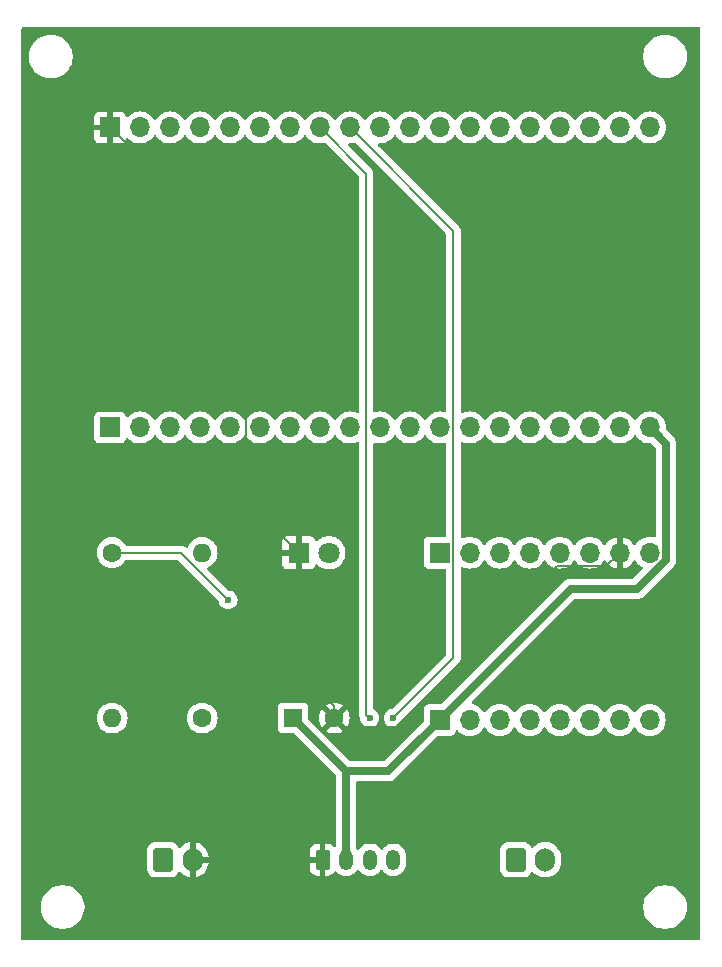
<source format=gbr>
%TF.GenerationSoftware,KiCad,Pcbnew,8.0.7*%
%TF.CreationDate,2026-01-14T22:46:50+09:00*%
%TF.ProjectId,alarm_unit,616c6172-6d5f-4756-9e69-742e6b696361,rev?*%
%TF.SameCoordinates,Original*%
%TF.FileFunction,Copper,L2,Bot*%
%TF.FilePolarity,Positive*%
%FSLAX46Y46*%
G04 Gerber Fmt 4.6, Leading zero omitted, Abs format (unit mm)*
G04 Created by KiCad (PCBNEW 8.0.7) date 2026-01-14 22:46:50*
%MOMM*%
%LPD*%
G01*
G04 APERTURE LIST*
G04 Aperture macros list*
%AMRoundRect*
0 Rectangle with rounded corners*
0 $1 Rounding radius*
0 $2 $3 $4 $5 $6 $7 $8 $9 X,Y pos of 4 corners*
0 Add a 4 corners polygon primitive as box body*
4,1,4,$2,$3,$4,$5,$6,$7,$8,$9,$2,$3,0*
0 Add four circle primitives for the rounded corners*
1,1,$1+$1,$2,$3*
1,1,$1+$1,$4,$5*
1,1,$1+$1,$6,$7*
1,1,$1+$1,$8,$9*
0 Add four rect primitives between the rounded corners*
20,1,$1+$1,$2,$3,$4,$5,0*
20,1,$1+$1,$4,$5,$6,$7,0*
20,1,$1+$1,$6,$7,$8,$9,0*
20,1,$1+$1,$8,$9,$2,$3,0*%
G04 Aperture macros list end*
%TA.AperFunction,ComponentPad*%
%ADD10O,1.700000X1.700000*%
%TD*%
%TA.AperFunction,ComponentPad*%
%ADD11R,1.700000X1.700000*%
%TD*%
%TA.AperFunction,ComponentPad*%
%ADD12C,1.600000*%
%TD*%
%TA.AperFunction,ComponentPad*%
%ADD13O,1.600000X1.600000*%
%TD*%
%TA.AperFunction,ComponentPad*%
%ADD14RoundRect,0.250000X-0.600000X-0.750000X0.600000X-0.750000X0.600000X0.750000X-0.600000X0.750000X0*%
%TD*%
%TA.AperFunction,ComponentPad*%
%ADD15O,1.700000X2.000000*%
%TD*%
%TA.AperFunction,ComponentPad*%
%ADD16RoundRect,0.250000X-0.350000X-0.625000X0.350000X-0.625000X0.350000X0.625000X-0.350000X0.625000X0*%
%TD*%
%TA.AperFunction,ComponentPad*%
%ADD17O,1.200000X1.750000*%
%TD*%
%TA.AperFunction,ComponentPad*%
%ADD18R,1.800000X1.800000*%
%TD*%
%TA.AperFunction,ComponentPad*%
%ADD19C,1.800000*%
%TD*%
%TA.AperFunction,ComponentPad*%
%ADD20R,1.600000X1.600000*%
%TD*%
%TA.AperFunction,ViaPad*%
%ADD21C,0.600000*%
%TD*%
%TA.AperFunction,Conductor*%
%ADD22C,0.700000*%
%TD*%
%TA.AperFunction,Conductor*%
%ADD23C,0.200000*%
%TD*%
G04 APERTURE END LIST*
D10*
%TO.P,DFPlayer,8,SPK2*%
%TO.N,unconnected-(U2_Right1-SPK2-Pad8)*%
X95700000Y-86000000D03*
%TO.P,DFPlayer,7,GND*%
%TO.N,GND*%
X93160000Y-86000000D03*
%TO.P,DFPlayer,6,SPK1*%
%TO.N,unconnected-(U2_Right1-SPK1-Pad6)*%
X90620000Y-86000000D03*
%TO.P,DFPlayer,5,DAC_I*%
%TO.N,unconnected-(U2_Right1-DAC_I-Pad5)*%
X88080000Y-86000000D03*
%TO.P,DFPlayer,4,DAC_R*%
%TO.N,unconnected-(U2_Right1-DAC_R-Pad4)*%
X85540000Y-86000000D03*
%TO.P,DFPlayer,3,TX*%
%TO.N,unconnected-(U2_Right1-TX-Pad3)*%
X83000000Y-86000000D03*
%TO.P,DFPlayer,2,RX*%
%TO.N,unconnected-(U2_Right1-RX-Pad2)*%
X80460000Y-86000000D03*
D11*
%TO.P,DFPlayer,1,VCC*%
%TO.N,unconnected-(U2_Right1-VCC-Pad1)*%
X77920000Y-86000000D03*
%TD*%
%TO.P,U2_Left1,1,VCC*%
%TO.N,VCC*%
X77920000Y-100150000D03*
D10*
%TO.P,U2_Left1,2,RX*%
%TO.N,Net-(U2_Left1-RX)*%
X80460000Y-100150000D03*
%TO.P,U2_Left1,3,TX*%
%TO.N,Net-(U1_Left1-Pin_10)*%
X83000000Y-100150000D03*
%TO.P,U2_Left1,4,DAC_R*%
%TO.N,unconnected-(U2_Left1-DAC_R-Pad4)*%
X85540000Y-100150000D03*
%TO.P,U2_Left1,5,DAC_I*%
%TO.N,unconnected-(U2_Left1-DAC_I-Pad5)*%
X88080000Y-100150000D03*
%TO.P,U2_Left1,6,SPK1*%
%TO.N,Net-(J1-Pin_1)*%
X90620000Y-100150000D03*
%TO.P,U2_Left1,7,GND*%
%TO.N,unconnected-(U2_Left1-GND-Pad7)*%
X93160000Y-100150000D03*
%TO.P,U2_Left1,8,SPK2*%
%TO.N,Net-(J1-Pin_2)*%
X95700000Y-100150000D03*
%TD*%
D11*
%TO.P,U1_Right1,1,Pin_1*%
%TO.N,GND*%
X50000000Y-50000000D03*
D10*
%TO.P,U1_Right1,2,Pin_2*%
%TO.N,unconnected-(U1_Right1-Pin_2-Pad2)*%
X52540000Y-50000000D03*
%TO.P,U1_Right1,3,Pin_3*%
%TO.N,unconnected-(U1_Right1-Pin_3-Pad3)*%
X55080000Y-50000000D03*
%TO.P,U1_Right1,4,Pin_4*%
%TO.N,unconnected-(U1_Right1-Pin_4-Pad4)*%
X57620000Y-50000000D03*
%TO.P,U1_Right1,5,Pin_5*%
%TO.N,unconnected-(U1_Right1-Pin_5-Pad5)*%
X60160000Y-50000000D03*
%TO.P,U1_Right1,6,Pin_6*%
%TO.N,unconnected-(U1_Right1-Pin_6-Pad6)*%
X62700000Y-50000000D03*
%TO.P,U1_Right1,7,Pin_7*%
%TO.N,unconnected-(U1_Right1-Pin_7-Pad7)*%
X65240000Y-50000000D03*
%TO.P,U1_Right1,8,Pin_8*%
%TO.N,Net-(J2-Pin_3)*%
X67780000Y-50000000D03*
%TO.P,U1_Right1,9,Pin_9*%
%TO.N,Net-(J2-Pin_4)*%
X70320000Y-50000000D03*
%TO.P,U1_Right1,10,Pin_10*%
%TO.N,unconnected-(U1_Right1-Pin_10-Pad10)*%
X72860000Y-50000000D03*
%TO.P,U1_Right1,11,Pin_11*%
%TO.N,unconnected-(U1_Right1-Pin_11-Pad11)*%
X75400000Y-50000000D03*
%TO.P,U1_Right1,12,Pin_12*%
%TO.N,Net-(J3-Pin_1)*%
X77940000Y-50000000D03*
%TO.P,U1_Right1,13,Pin_13*%
%TO.N,Net-(U1_Right1-Pin_13)*%
X80480000Y-50000000D03*
%TO.P,U1_Right1,14,Pin_14*%
%TO.N,unconnected-(U1_Right1-Pin_14-Pad14)*%
X83020000Y-50000000D03*
%TO.P,U1_Right1,15,Pin_15*%
%TO.N,unconnected-(U1_Right1-Pin_15-Pad15)*%
X85560000Y-50000000D03*
%TO.P,U1_Right1,16,Pin_16*%
%TO.N,unconnected-(U1_Right1-Pin_16-Pad16)*%
X88100000Y-50000000D03*
%TO.P,U1_Right1,17,Pin_17*%
%TO.N,unconnected-(U1_Right1-Pin_17-Pad17)*%
X90640000Y-50000000D03*
%TO.P,U1_Right1,18,Pin_18*%
%TO.N,unconnected-(U1_Right1-Pin_18-Pad18)*%
X93180000Y-50000000D03*
%TO.P,U1_Right1,19,Pin_19*%
%TO.N,unconnected-(U1_Right1-Pin_19-Pad19)*%
X95720000Y-50000000D03*
%TD*%
D11*
%TO.P,ESP32_WROVER,1,Pin_1*%
%TO.N,unconnected-(U1_Left1-Pin_1-Pad1)*%
X50000000Y-75400000D03*
D10*
%TO.P,ESP32_WROVER,2,Pin_2*%
%TO.N,unconnected-(U1_Left1-Pin_2-Pad2)*%
X52540000Y-75400000D03*
%TO.P,ESP32_WROVER,3,Pin_3*%
%TO.N,unconnected-(U1_Left1-Pin_3-Pad3)*%
X55080000Y-75400000D03*
%TO.P,ESP32_WROVER,4,Pin_4*%
%TO.N,unconnected-(U1_Left1-Pin_4-Pad4)*%
X57620000Y-75400000D03*
%TO.P,ESP32_WROVER,5,Pin_5*%
%TO.N,unconnected-(U1_Left1-Pin_5-Pad5)*%
X60160000Y-75400000D03*
%TO.P,ESP32_WROVER,6,Pin_6*%
%TO.N,unconnected-(U1_Left1-Pin_6-Pad6)*%
X62700000Y-75400000D03*
%TO.P,ESP32_WROVER,7,Pin_7*%
%TO.N,unconnected-(U1_Left1-Pin_7-Pad7)*%
X65240000Y-75400000D03*
%TO.P,ESP32_WROVER,8,Pin_8*%
%TO.N,unconnected-(U1_Left1-Pin_8-Pad8)*%
X67780000Y-75400000D03*
%TO.P,ESP32_WROVER,9,Pin_9*%
%TO.N,Net-(U1_Left1-Pin_9)*%
X70320000Y-75400000D03*
%TO.P,ESP32_WROVER,10,Pin_10*%
%TO.N,Net-(U1_Left1-Pin_10)*%
X72860000Y-75400000D03*
%TO.P,ESP32_WROVER,11,Pin_11*%
%TO.N,unconnected-(U1_Left1-Pin_11-Pad11)*%
X75400000Y-75400000D03*
%TO.P,ESP32_WROVER,12,Pin_12*%
%TO.N,unconnected-(U1_Left1-Pin_12-Pad12)*%
X77940000Y-75400000D03*
%TO.P,ESP32_WROVER,13,Pin_13*%
%TO.N,unconnected-(U1_Left1-Pin_13-Pad13)*%
X80480000Y-75400000D03*
%TO.P,ESP32_WROVER,14,Pin_14*%
%TO.N,unconnected-(U1_Left1-Pin_14-Pad14)*%
X83020000Y-75400000D03*
%TO.P,ESP32_WROVER,15,Pin_15*%
%TO.N,unconnected-(U1_Left1-Pin_15-Pad15)*%
X85560000Y-75400000D03*
%TO.P,ESP32_WROVER,16,Pin_16*%
%TO.N,unconnected-(U1_Left1-Pin_16-Pad16)*%
X88100000Y-75400000D03*
%TO.P,ESP32_WROVER,17,Pin_17*%
%TO.N,unconnected-(U1_Left1-Pin_17-Pad17)*%
X90640000Y-75400000D03*
%TO.P,ESP32_WROVER,18,Pin_18*%
%TO.N,unconnected-(U1_Left1-Pin_18-Pad18)*%
X93180000Y-75400000D03*
%TO.P,ESP32_WROVER,19,Pin_19*%
%TO.N,VCC*%
X95720000Y-75400000D03*
%TD*%
D12*
%TO.P,510,1*%
%TO.N,Net-(D1-A)*%
X50190000Y-86000000D03*
D13*
%TO.P,510,2*%
%TO.N,Net-(U1_Right1-Pin_13)*%
X57810000Y-86000000D03*
%TD*%
%TO.P,1k,2*%
%TO.N,Net-(U1_Left1-Pin_9)*%
X50190000Y-100000000D03*
D12*
%TO.P,1k,1*%
%TO.N,Net-(U2_Left1-RX)*%
X57810000Y-100000000D03*
%TD*%
D14*
%TO.P,Button,1,Pin_1*%
%TO.N,Net-(J3-Pin_1)*%
X54500000Y-112000000D03*
D15*
%TO.P,Button,2,Pin_2*%
%TO.N,GND*%
X57000000Y-112000000D03*
%TD*%
D16*
%TO.P,7Seg_Display,1,Pin_1*%
%TO.N,GND*%
X68000000Y-112000000D03*
D17*
%TO.P,7Seg_Display,2,Pin_2*%
%TO.N,VCC*%
X70000000Y-112000000D03*
%TO.P,7Seg_Display,3,Pin_3*%
%TO.N,Net-(J2-Pin_3)*%
X72000000Y-112000000D03*
%TO.P,7Seg_Display,4,Pin_4*%
%TO.N,Net-(J2-Pin_4)*%
X74000000Y-112000000D03*
%TD*%
D14*
%TO.P,Speaker,1,Pin_1*%
%TO.N,Net-(J1-Pin_1)*%
X84360000Y-112000000D03*
D15*
%TO.P,Speaker,2,Pin_2*%
%TO.N,Net-(J1-Pin_2)*%
X86860000Y-112000000D03*
%TD*%
D18*
%TO.P,LED,1,K*%
%TO.N,GND*%
X66000000Y-86000000D03*
D19*
%TO.P,LED,2,A*%
%TO.N,Net-(D1-A)*%
X68540000Y-86000000D03*
%TD*%
D20*
%TO.P,470u,1*%
%TO.N,VCC*%
X65500000Y-100000000D03*
D12*
%TO.P,470u,2*%
%TO.N,GND*%
X69000000Y-100000000D03*
%TD*%
D21*
%TO.N,GND*%
X46000000Y-81000000D03*
X49000000Y-111000000D03*
X45000000Y-108000000D03*
X47000000Y-92000000D03*
X61000000Y-94000000D03*
X62000000Y-105000000D03*
X79000000Y-115000000D03*
X95000000Y-110000000D03*
X81000000Y-105000000D03*
X91000000Y-94000000D03*
X91000000Y-81000000D03*
X76000000Y-81000000D03*
X63000000Y-81000000D03*
X53000000Y-81000000D03*
X76000000Y-59000000D03*
X53000000Y-45000000D03*
X63000000Y-45000000D03*
X76000000Y-45000000D03*
X91000000Y-45000000D03*
X66000000Y-68000000D03*
X53000000Y-68000000D03*
X53000000Y-58000000D03*
X64000000Y-58000000D03*
X76000000Y-68000000D03*
X91000000Y-68000000D03*
X91000000Y-59000000D03*
%TO.N,Net-(D1-A)*%
X60000000Y-90000000D03*
%TO.N,Net-(J2-Pin_4)*%
X74000000Y-100000000D03*
%TO.N,Net-(J2-Pin_3)*%
X72000000Y-100000000D03*
%TD*%
D22*
%TO.N,VCC*%
X70000000Y-112000000D02*
X70000000Y-104500000D01*
X70000000Y-104500000D02*
X65500000Y-100000000D01*
D23*
%TO.N,Net-(D1-A)*%
X56000000Y-86000000D02*
X50190000Y-86000000D01*
X60000000Y-90000000D02*
X56000000Y-86000000D01*
%TO.N,GND*%
X61550000Y-61550000D02*
X50000000Y-50000000D01*
X61550000Y-81550000D02*
X61550000Y-61550000D01*
X66000000Y-86000000D02*
X61550000Y-81550000D01*
X92010000Y-87150000D02*
X93160000Y-86000000D01*
X87850000Y-87150000D02*
X92010000Y-87150000D01*
X74200001Y-100799999D02*
X87850000Y-87150000D01*
X69799999Y-100799999D02*
X74200001Y-100799999D01*
X69000000Y-100000000D02*
X69799999Y-100799999D01*
X66000000Y-96000000D02*
X66000000Y-86000000D01*
X69000000Y-99000000D02*
X66000000Y-96000000D01*
X69000000Y-100000000D02*
X69000000Y-99000000D01*
%TO.N,Net-(J2-Pin_4)*%
X79090000Y-58770000D02*
X70320000Y-50000000D01*
X79090000Y-94910000D02*
X79090000Y-58770000D01*
X74000000Y-100000000D02*
X79090000Y-94910000D01*
%TO.N,Net-(J2-Pin_3)*%
X71710000Y-53930000D02*
X67780000Y-50000000D01*
X72000000Y-100000000D02*
X71710000Y-99710000D01*
X71710000Y-99710000D02*
X71710000Y-53930000D01*
D22*
%TO.N,VCC*%
X77920000Y-100150000D02*
X73570000Y-104500000D01*
X73570000Y-104500000D02*
X70000000Y-104500000D01*
X77920000Y-100150000D02*
X89000000Y-89070000D01*
X94609899Y-89070000D02*
X97100000Y-86579899D01*
X89000000Y-89070000D02*
X94609899Y-89070000D01*
X97100000Y-86579899D02*
X97100000Y-76780000D01*
X97100000Y-76780000D02*
X95720000Y-75400000D01*
%TD*%
%TA.AperFunction,Conductor*%
%TO.N,GND*%
G36*
X94534855Y-76066546D02*
G01*
X94551575Y-76085842D01*
X94658003Y-76237838D01*
X94681505Y-76271401D01*
X94848599Y-76438495D01*
X94930499Y-76495842D01*
X95042165Y-76574032D01*
X95042167Y-76574033D01*
X95042170Y-76574035D01*
X95256337Y-76673903D01*
X95484592Y-76735063D01*
X95720000Y-76755659D01*
X95802970Y-76748399D01*
X95871467Y-76762165D01*
X95901457Y-76784246D01*
X96213181Y-77095970D01*
X96246666Y-77157293D01*
X96249500Y-77183651D01*
X96249500Y-84587496D01*
X96229815Y-84654535D01*
X96177011Y-84700290D01*
X96107853Y-84710234D01*
X96093408Y-84707271D01*
X95935416Y-84664939D01*
X95935412Y-84664938D01*
X95935408Y-84664937D01*
X95935406Y-84664936D01*
X95935403Y-84664936D01*
X95700001Y-84644341D01*
X95699999Y-84644341D01*
X95464596Y-84664936D01*
X95464586Y-84664938D01*
X95236344Y-84726094D01*
X95236335Y-84726098D01*
X95022171Y-84825964D01*
X95022169Y-84825965D01*
X94828597Y-84961505D01*
X94661508Y-85128594D01*
X94531269Y-85314595D01*
X94476692Y-85358219D01*
X94407193Y-85365412D01*
X94344839Y-85333890D01*
X94328119Y-85314594D01*
X94198113Y-85128926D01*
X94198108Y-85128920D01*
X94031082Y-84961894D01*
X93837578Y-84826399D01*
X93623492Y-84726570D01*
X93623486Y-84726567D01*
X93410000Y-84669364D01*
X93410000Y-85566988D01*
X93352993Y-85534075D01*
X93225826Y-85500000D01*
X93094174Y-85500000D01*
X92967007Y-85534075D01*
X92910000Y-85566988D01*
X92910000Y-84669364D01*
X92909999Y-84669364D01*
X92696513Y-84726567D01*
X92696507Y-84726570D01*
X92482422Y-84826399D01*
X92482420Y-84826400D01*
X92288926Y-84961886D01*
X92288920Y-84961891D01*
X92121891Y-85128920D01*
X92121890Y-85128922D01*
X91991880Y-85314595D01*
X91937303Y-85358219D01*
X91867804Y-85365412D01*
X91805450Y-85333890D01*
X91788730Y-85314594D01*
X91658494Y-85128597D01*
X91491402Y-84961506D01*
X91491395Y-84961501D01*
X91297834Y-84825967D01*
X91297830Y-84825965D01*
X91235594Y-84796944D01*
X91083663Y-84726097D01*
X91083659Y-84726096D01*
X91083655Y-84726094D01*
X90855413Y-84664938D01*
X90855403Y-84664936D01*
X90620001Y-84644341D01*
X90619999Y-84644341D01*
X90384596Y-84664936D01*
X90384586Y-84664938D01*
X90156344Y-84726094D01*
X90156335Y-84726098D01*
X89942171Y-84825964D01*
X89942169Y-84825965D01*
X89748597Y-84961505D01*
X89581505Y-85128597D01*
X89451575Y-85314158D01*
X89396998Y-85357783D01*
X89327500Y-85364977D01*
X89265145Y-85333454D01*
X89248425Y-85314158D01*
X89118494Y-85128597D01*
X88951402Y-84961506D01*
X88951395Y-84961501D01*
X88757834Y-84825967D01*
X88757830Y-84825965D01*
X88695594Y-84796944D01*
X88543663Y-84726097D01*
X88543659Y-84726096D01*
X88543655Y-84726094D01*
X88315413Y-84664938D01*
X88315403Y-84664936D01*
X88080001Y-84644341D01*
X88079999Y-84644341D01*
X87844596Y-84664936D01*
X87844586Y-84664938D01*
X87616344Y-84726094D01*
X87616335Y-84726098D01*
X87402171Y-84825964D01*
X87402169Y-84825965D01*
X87208597Y-84961505D01*
X87041505Y-85128597D01*
X86911575Y-85314158D01*
X86856998Y-85357783D01*
X86787500Y-85364977D01*
X86725145Y-85333454D01*
X86708425Y-85314158D01*
X86578494Y-85128597D01*
X86411402Y-84961506D01*
X86411395Y-84961501D01*
X86217834Y-84825967D01*
X86217830Y-84825965D01*
X86155594Y-84796944D01*
X86003663Y-84726097D01*
X86003659Y-84726096D01*
X86003655Y-84726094D01*
X85775413Y-84664938D01*
X85775403Y-84664936D01*
X85540001Y-84644341D01*
X85539999Y-84644341D01*
X85304596Y-84664936D01*
X85304586Y-84664938D01*
X85076344Y-84726094D01*
X85076335Y-84726098D01*
X84862171Y-84825964D01*
X84862169Y-84825965D01*
X84668597Y-84961505D01*
X84501505Y-85128597D01*
X84371575Y-85314158D01*
X84316998Y-85357783D01*
X84247500Y-85364977D01*
X84185145Y-85333454D01*
X84168425Y-85314158D01*
X84038494Y-85128597D01*
X83871402Y-84961506D01*
X83871395Y-84961501D01*
X83677834Y-84825967D01*
X83677830Y-84825965D01*
X83615594Y-84796944D01*
X83463663Y-84726097D01*
X83463659Y-84726096D01*
X83463655Y-84726094D01*
X83235413Y-84664938D01*
X83235403Y-84664936D01*
X83000001Y-84644341D01*
X82999999Y-84644341D01*
X82764596Y-84664936D01*
X82764586Y-84664938D01*
X82536344Y-84726094D01*
X82536335Y-84726098D01*
X82322171Y-84825964D01*
X82322169Y-84825965D01*
X82128597Y-84961505D01*
X81961505Y-85128597D01*
X81831575Y-85314158D01*
X81776998Y-85357783D01*
X81707500Y-85364977D01*
X81645145Y-85333454D01*
X81628425Y-85314158D01*
X81498494Y-85128597D01*
X81331402Y-84961506D01*
X81331395Y-84961501D01*
X81137834Y-84825967D01*
X81137830Y-84825965D01*
X81075594Y-84796944D01*
X80923663Y-84726097D01*
X80923659Y-84726096D01*
X80923655Y-84726094D01*
X80695413Y-84664938D01*
X80695403Y-84664936D01*
X80460001Y-84644341D01*
X80459999Y-84644341D01*
X80224596Y-84664936D01*
X80224586Y-84664938D01*
X79996344Y-84726094D01*
X79996330Y-84726099D01*
X79866904Y-84786452D01*
X79797827Y-84796944D01*
X79734043Y-84768424D01*
X79695804Y-84709947D01*
X79690500Y-84674070D01*
X79690500Y-76716603D01*
X79710185Y-76649564D01*
X79762989Y-76603809D01*
X79832147Y-76593865D01*
X79866901Y-76604220D01*
X80016337Y-76673903D01*
X80244592Y-76735063D01*
X80421034Y-76750500D01*
X80479999Y-76755659D01*
X80480000Y-76755659D01*
X80480001Y-76755659D01*
X80538966Y-76750500D01*
X80715408Y-76735063D01*
X80943663Y-76673903D01*
X81157830Y-76574035D01*
X81351401Y-76438495D01*
X81518495Y-76271401D01*
X81648425Y-76085842D01*
X81703002Y-76042217D01*
X81772500Y-76035023D01*
X81834855Y-76066546D01*
X81851575Y-76085842D01*
X81958003Y-76237838D01*
X81981505Y-76271401D01*
X82148599Y-76438495D01*
X82230499Y-76495842D01*
X82342165Y-76574032D01*
X82342167Y-76574033D01*
X82342170Y-76574035D01*
X82556337Y-76673903D01*
X82784592Y-76735063D01*
X82961034Y-76750500D01*
X83019999Y-76755659D01*
X83020000Y-76755659D01*
X83020001Y-76755659D01*
X83078966Y-76750500D01*
X83255408Y-76735063D01*
X83483663Y-76673903D01*
X83697830Y-76574035D01*
X83891401Y-76438495D01*
X84058495Y-76271401D01*
X84188425Y-76085842D01*
X84243002Y-76042217D01*
X84312500Y-76035023D01*
X84374855Y-76066546D01*
X84391575Y-76085842D01*
X84498003Y-76237838D01*
X84521505Y-76271401D01*
X84688599Y-76438495D01*
X84770499Y-76495842D01*
X84882165Y-76574032D01*
X84882167Y-76574033D01*
X84882170Y-76574035D01*
X85096337Y-76673903D01*
X85324592Y-76735063D01*
X85501034Y-76750500D01*
X85559999Y-76755659D01*
X85560000Y-76755659D01*
X85560001Y-76755659D01*
X85618966Y-76750500D01*
X85795408Y-76735063D01*
X86023663Y-76673903D01*
X86237830Y-76574035D01*
X86431401Y-76438495D01*
X86598495Y-76271401D01*
X86728425Y-76085842D01*
X86783002Y-76042217D01*
X86852500Y-76035023D01*
X86914855Y-76066546D01*
X86931575Y-76085842D01*
X87038003Y-76237838D01*
X87061505Y-76271401D01*
X87228599Y-76438495D01*
X87310499Y-76495842D01*
X87422165Y-76574032D01*
X87422167Y-76574033D01*
X87422170Y-76574035D01*
X87636337Y-76673903D01*
X87864592Y-76735063D01*
X88041034Y-76750500D01*
X88099999Y-76755659D01*
X88100000Y-76755659D01*
X88100001Y-76755659D01*
X88158966Y-76750500D01*
X88335408Y-76735063D01*
X88563663Y-76673903D01*
X88777830Y-76574035D01*
X88971401Y-76438495D01*
X89138495Y-76271401D01*
X89268425Y-76085842D01*
X89323002Y-76042217D01*
X89392500Y-76035023D01*
X89454855Y-76066546D01*
X89471575Y-76085842D01*
X89578003Y-76237838D01*
X89601505Y-76271401D01*
X89768599Y-76438495D01*
X89850499Y-76495842D01*
X89962165Y-76574032D01*
X89962167Y-76574033D01*
X89962170Y-76574035D01*
X90176337Y-76673903D01*
X90404592Y-76735063D01*
X90581034Y-76750500D01*
X90639999Y-76755659D01*
X90640000Y-76755659D01*
X90640001Y-76755659D01*
X90698966Y-76750500D01*
X90875408Y-76735063D01*
X91103663Y-76673903D01*
X91317830Y-76574035D01*
X91511401Y-76438495D01*
X91678495Y-76271401D01*
X91808425Y-76085842D01*
X91863002Y-76042217D01*
X91932500Y-76035023D01*
X91994855Y-76066546D01*
X92011575Y-76085842D01*
X92118003Y-76237838D01*
X92141505Y-76271401D01*
X92308599Y-76438495D01*
X92390499Y-76495842D01*
X92502165Y-76574032D01*
X92502167Y-76574033D01*
X92502170Y-76574035D01*
X92716337Y-76673903D01*
X92944592Y-76735063D01*
X93121034Y-76750500D01*
X93179999Y-76755659D01*
X93180000Y-76755659D01*
X93180001Y-76755659D01*
X93238966Y-76750500D01*
X93415408Y-76735063D01*
X93643663Y-76673903D01*
X93857830Y-76574035D01*
X94051401Y-76438495D01*
X94218495Y-76271401D01*
X94348425Y-76085842D01*
X94403002Y-76042217D01*
X94472500Y-76035023D01*
X94534855Y-76066546D01*
G37*
%TD.AperFunction*%
%TA.AperFunction,Conductor*%
G36*
X70753606Y-51302335D02*
G01*
X70803531Y-51332766D01*
X78453181Y-58982416D01*
X78486666Y-59043739D01*
X78489500Y-59070097D01*
X78489500Y-73987496D01*
X78469815Y-74054535D01*
X78417011Y-74100290D01*
X78347853Y-74110234D01*
X78333408Y-74107271D01*
X78175416Y-74064939D01*
X78175412Y-74064938D01*
X78175408Y-74064937D01*
X78175406Y-74064936D01*
X78175403Y-74064936D01*
X77940001Y-74044341D01*
X77939999Y-74044341D01*
X77704596Y-74064936D01*
X77704586Y-74064938D01*
X77476344Y-74126094D01*
X77476335Y-74126098D01*
X77262171Y-74225964D01*
X77262169Y-74225965D01*
X77068597Y-74361505D01*
X76901505Y-74528597D01*
X76771575Y-74714158D01*
X76716998Y-74757783D01*
X76647500Y-74764977D01*
X76585145Y-74733454D01*
X76568425Y-74714158D01*
X76438494Y-74528597D01*
X76271402Y-74361506D01*
X76271395Y-74361501D01*
X76077834Y-74225967D01*
X76077830Y-74225965D01*
X76013094Y-74195778D01*
X75863663Y-74126097D01*
X75863659Y-74126096D01*
X75863655Y-74126094D01*
X75635413Y-74064938D01*
X75635403Y-74064936D01*
X75400001Y-74044341D01*
X75399999Y-74044341D01*
X75164596Y-74064936D01*
X75164586Y-74064938D01*
X74936344Y-74126094D01*
X74936335Y-74126098D01*
X74722171Y-74225964D01*
X74722169Y-74225965D01*
X74528597Y-74361505D01*
X74361505Y-74528597D01*
X74231575Y-74714158D01*
X74176998Y-74757783D01*
X74107500Y-74764977D01*
X74045145Y-74733454D01*
X74028425Y-74714158D01*
X73898494Y-74528597D01*
X73731402Y-74361506D01*
X73731395Y-74361501D01*
X73537834Y-74225967D01*
X73537830Y-74225965D01*
X73473094Y-74195778D01*
X73323663Y-74126097D01*
X73323659Y-74126096D01*
X73323655Y-74126094D01*
X73095413Y-74064938D01*
X73095403Y-74064936D01*
X72860001Y-74044341D01*
X72859999Y-74044341D01*
X72624596Y-74064936D01*
X72624583Y-74064939D01*
X72466592Y-74107271D01*
X72396742Y-74105608D01*
X72338880Y-74066445D01*
X72311377Y-74002216D01*
X72310500Y-73987496D01*
X72310500Y-53850945D01*
X72310500Y-53850943D01*
X72269577Y-53698216D01*
X72269577Y-53698215D01*
X72269577Y-53698214D01*
X72240639Y-53648095D01*
X72240637Y-53648092D01*
X72190520Y-53561284D01*
X72078716Y-53449480D01*
X72078715Y-53449479D01*
X72074385Y-53445149D01*
X72074374Y-53445139D01*
X70193666Y-51564431D01*
X70160181Y-51503108D01*
X70165165Y-51433416D01*
X70207037Y-51377483D01*
X70272501Y-51353066D01*
X70292144Y-51353221D01*
X70320000Y-51355659D01*
X70555408Y-51335063D01*
X70683757Y-51300672D01*
X70753606Y-51302335D01*
G37*
%TD.AperFunction*%
%TA.AperFunction,Conductor*%
G36*
X99942539Y-41520185D02*
G01*
X99988294Y-41572989D01*
X99999500Y-41624500D01*
X99999500Y-118655500D01*
X99979815Y-118722539D01*
X99927011Y-118768294D01*
X99875500Y-118779500D01*
X42624500Y-118779500D01*
X42557461Y-118759815D01*
X42511706Y-118707011D01*
X42500500Y-118655500D01*
X42500500Y-115878711D01*
X44149500Y-115878711D01*
X44149500Y-116121288D01*
X44181161Y-116361785D01*
X44243947Y-116596104D01*
X44336773Y-116820205D01*
X44336776Y-116820212D01*
X44458064Y-117030289D01*
X44458066Y-117030292D01*
X44458067Y-117030293D01*
X44605733Y-117222736D01*
X44605739Y-117222743D01*
X44777256Y-117394260D01*
X44777262Y-117394265D01*
X44969711Y-117541936D01*
X45179788Y-117663224D01*
X45403900Y-117756054D01*
X45638211Y-117818838D01*
X45818586Y-117842584D01*
X45878711Y-117850500D01*
X45878712Y-117850500D01*
X46121289Y-117850500D01*
X46169388Y-117844167D01*
X46361789Y-117818838D01*
X46596100Y-117756054D01*
X46820212Y-117663224D01*
X47030289Y-117541936D01*
X47222738Y-117394265D01*
X47394265Y-117222738D01*
X47541936Y-117030289D01*
X47663224Y-116820212D01*
X47756054Y-116596100D01*
X47818838Y-116361789D01*
X47850500Y-116121288D01*
X47850500Y-115878712D01*
X47850500Y-115878711D01*
X95149500Y-115878711D01*
X95149500Y-116121288D01*
X95181161Y-116361785D01*
X95243947Y-116596104D01*
X95336773Y-116820205D01*
X95336776Y-116820212D01*
X95458064Y-117030289D01*
X95458066Y-117030292D01*
X95458067Y-117030293D01*
X95605733Y-117222736D01*
X95605739Y-117222743D01*
X95777256Y-117394260D01*
X95777262Y-117394265D01*
X95969711Y-117541936D01*
X96179788Y-117663224D01*
X96403900Y-117756054D01*
X96638211Y-117818838D01*
X96818586Y-117842584D01*
X96878711Y-117850500D01*
X96878712Y-117850500D01*
X97121289Y-117850500D01*
X97169388Y-117844167D01*
X97361789Y-117818838D01*
X97596100Y-117756054D01*
X97820212Y-117663224D01*
X98030289Y-117541936D01*
X98222738Y-117394265D01*
X98394265Y-117222738D01*
X98541936Y-117030289D01*
X98663224Y-116820212D01*
X98756054Y-116596100D01*
X98818838Y-116361789D01*
X98850500Y-116121288D01*
X98850500Y-115878712D01*
X98818838Y-115638211D01*
X98756054Y-115403900D01*
X98663224Y-115179788D01*
X98541936Y-114969711D01*
X98394265Y-114777262D01*
X98394260Y-114777256D01*
X98222743Y-114605739D01*
X98222736Y-114605733D01*
X98030293Y-114458067D01*
X98030292Y-114458066D01*
X98030289Y-114458064D01*
X97820212Y-114336776D01*
X97820205Y-114336773D01*
X97596104Y-114243947D01*
X97361785Y-114181161D01*
X97121289Y-114149500D01*
X97121288Y-114149500D01*
X96878712Y-114149500D01*
X96878711Y-114149500D01*
X96638214Y-114181161D01*
X96403895Y-114243947D01*
X96179794Y-114336773D01*
X96179785Y-114336777D01*
X95969706Y-114458067D01*
X95777263Y-114605733D01*
X95777256Y-114605739D01*
X95605739Y-114777256D01*
X95605733Y-114777263D01*
X95458067Y-114969706D01*
X95336777Y-115179785D01*
X95336773Y-115179794D01*
X95243947Y-115403895D01*
X95181161Y-115638214D01*
X95149500Y-115878711D01*
X47850500Y-115878711D01*
X47818838Y-115638211D01*
X47756054Y-115403900D01*
X47663224Y-115179788D01*
X47541936Y-114969711D01*
X47394265Y-114777262D01*
X47394260Y-114777256D01*
X47222743Y-114605739D01*
X47222736Y-114605733D01*
X47030293Y-114458067D01*
X47030292Y-114458066D01*
X47030289Y-114458064D01*
X46820212Y-114336776D01*
X46820205Y-114336773D01*
X46596104Y-114243947D01*
X46361785Y-114181161D01*
X46121289Y-114149500D01*
X46121288Y-114149500D01*
X45878712Y-114149500D01*
X45878711Y-114149500D01*
X45638214Y-114181161D01*
X45403895Y-114243947D01*
X45179794Y-114336773D01*
X45179785Y-114336777D01*
X44969706Y-114458067D01*
X44777263Y-114605733D01*
X44777256Y-114605739D01*
X44605739Y-114777256D01*
X44605733Y-114777263D01*
X44458067Y-114969706D01*
X44336777Y-115179785D01*
X44336773Y-115179794D01*
X44243947Y-115403895D01*
X44181161Y-115638214D01*
X44149500Y-115878711D01*
X42500500Y-115878711D01*
X42500500Y-111199983D01*
X53149500Y-111199983D01*
X53149500Y-112800001D01*
X53149501Y-112800018D01*
X53160000Y-112902796D01*
X53160001Y-112902799D01*
X53205749Y-113040856D01*
X53215186Y-113069334D01*
X53307288Y-113218656D01*
X53431344Y-113342712D01*
X53580666Y-113434814D01*
X53747203Y-113489999D01*
X53849991Y-113500500D01*
X55150008Y-113500499D01*
X55252797Y-113489999D01*
X55419334Y-113434814D01*
X55568656Y-113342712D01*
X55692712Y-113218656D01*
X55784814Y-113069334D01*
X55784814Y-113069331D01*
X55788448Y-113063441D01*
X55840395Y-113016716D01*
X55909358Y-113005493D01*
X55973440Y-113033336D01*
X55981668Y-113040856D01*
X56120535Y-113179723D01*
X56120540Y-113179727D01*
X56292442Y-113304620D01*
X56481782Y-113401095D01*
X56683871Y-113466757D01*
X56750000Y-113477231D01*
X56750000Y-112433012D01*
X56807007Y-112465925D01*
X56934174Y-112500000D01*
X57065826Y-112500000D01*
X57192993Y-112465925D01*
X57250000Y-112433012D01*
X57250000Y-113477230D01*
X57316126Y-113466757D01*
X57316129Y-113466757D01*
X57518217Y-113401095D01*
X57707557Y-113304620D01*
X57879459Y-113179727D01*
X57879464Y-113179723D01*
X58029723Y-113029464D01*
X58029727Y-113029459D01*
X58154620Y-112857557D01*
X58251095Y-112668217D01*
X58316757Y-112466130D01*
X58316757Y-112466127D01*
X58350000Y-112256246D01*
X58350000Y-112250000D01*
X57433012Y-112250000D01*
X57465925Y-112192993D01*
X57500000Y-112065826D01*
X57500000Y-111934174D01*
X57465925Y-111807007D01*
X57433012Y-111750000D01*
X58350000Y-111750000D01*
X58350000Y-111743753D01*
X58316757Y-111533872D01*
X58316757Y-111533869D01*
X58251095Y-111331782D01*
X58154620Y-111142442D01*
X58029727Y-110970540D01*
X58029723Y-110970535D01*
X57879464Y-110820276D01*
X57879459Y-110820272D01*
X57707557Y-110695379D01*
X57518215Y-110598903D01*
X57316124Y-110533241D01*
X57250000Y-110522768D01*
X57250000Y-111566988D01*
X57192993Y-111534075D01*
X57065826Y-111500000D01*
X56934174Y-111500000D01*
X56807007Y-111534075D01*
X56750000Y-111566988D01*
X56750000Y-110522768D01*
X56749999Y-110522768D01*
X56683875Y-110533241D01*
X56481784Y-110598903D01*
X56292442Y-110695379D01*
X56120541Y-110820271D01*
X55981668Y-110959144D01*
X55920345Y-110992628D01*
X55850653Y-110987644D01*
X55794720Y-110945772D01*
X55788448Y-110936558D01*
X55757008Y-110885586D01*
X55692712Y-110781344D01*
X55568656Y-110657288D01*
X55419334Y-110565186D01*
X55252797Y-110510001D01*
X55252795Y-110510000D01*
X55150010Y-110499500D01*
X53849998Y-110499500D01*
X53849981Y-110499501D01*
X53747203Y-110510000D01*
X53747200Y-110510001D01*
X53580668Y-110565185D01*
X53580663Y-110565187D01*
X53431342Y-110657289D01*
X53307289Y-110781342D01*
X53215187Y-110930663D01*
X53215185Y-110930668D01*
X53213016Y-110937215D01*
X53160001Y-111097203D01*
X53160001Y-111097204D01*
X53160000Y-111097204D01*
X53149500Y-111199983D01*
X42500500Y-111199983D01*
X42500500Y-99999998D01*
X48884532Y-99999998D01*
X48884532Y-100000001D01*
X48904364Y-100226686D01*
X48904366Y-100226697D01*
X48963258Y-100446488D01*
X48963261Y-100446497D01*
X49059431Y-100652732D01*
X49059432Y-100652734D01*
X49189954Y-100839141D01*
X49350858Y-101000045D01*
X49350861Y-101000047D01*
X49537266Y-101130568D01*
X49743504Y-101226739D01*
X49963308Y-101285635D01*
X50125230Y-101299801D01*
X50189998Y-101305468D01*
X50190000Y-101305468D01*
X50190002Y-101305468D01*
X50246807Y-101300498D01*
X50416692Y-101285635D01*
X50636496Y-101226739D01*
X50842734Y-101130568D01*
X51029139Y-101000047D01*
X51190047Y-100839139D01*
X51320568Y-100652734D01*
X51416739Y-100446496D01*
X51475635Y-100226692D01*
X51492634Y-100032384D01*
X51495468Y-100000001D01*
X51495468Y-99999998D01*
X56504532Y-99999998D01*
X56504532Y-100000001D01*
X56524364Y-100226686D01*
X56524366Y-100226697D01*
X56583258Y-100446488D01*
X56583261Y-100446497D01*
X56679431Y-100652732D01*
X56679432Y-100652734D01*
X56809954Y-100839141D01*
X56970858Y-101000045D01*
X56970861Y-101000047D01*
X57157266Y-101130568D01*
X57363504Y-101226739D01*
X57583308Y-101285635D01*
X57745230Y-101299801D01*
X57809998Y-101305468D01*
X57810000Y-101305468D01*
X57810002Y-101305468D01*
X57866807Y-101300498D01*
X58036692Y-101285635D01*
X58256496Y-101226739D01*
X58462734Y-101130568D01*
X58649139Y-101000047D01*
X58810047Y-100839139D01*
X58940568Y-100652734D01*
X59036739Y-100446496D01*
X59095635Y-100226692D01*
X59112634Y-100032384D01*
X59115468Y-100000001D01*
X59115468Y-99999998D01*
X59101960Y-99845606D01*
X59095635Y-99773308D01*
X59036739Y-99553504D01*
X58940568Y-99347266D01*
X58810047Y-99160861D01*
X58810045Y-99160858D01*
X58649141Y-98999954D01*
X58462734Y-98869432D01*
X58462732Y-98869431D01*
X58256497Y-98773261D01*
X58256488Y-98773258D01*
X58036697Y-98714366D01*
X58036693Y-98714365D01*
X58036692Y-98714365D01*
X58036691Y-98714364D01*
X58036686Y-98714364D01*
X57810002Y-98694532D01*
X57809998Y-98694532D01*
X57583313Y-98714364D01*
X57583302Y-98714366D01*
X57363511Y-98773258D01*
X57363502Y-98773261D01*
X57157267Y-98869431D01*
X57157265Y-98869432D01*
X56970858Y-98999954D01*
X56809954Y-99160858D01*
X56679432Y-99347265D01*
X56679431Y-99347267D01*
X56583261Y-99553502D01*
X56583258Y-99553511D01*
X56524366Y-99773302D01*
X56524364Y-99773313D01*
X56504532Y-99999998D01*
X51495468Y-99999998D01*
X51481960Y-99845606D01*
X51475635Y-99773308D01*
X51416739Y-99553504D01*
X51320568Y-99347266D01*
X51190047Y-99160861D01*
X51190045Y-99160858D01*
X51029141Y-98999954D01*
X50842734Y-98869432D01*
X50842732Y-98869431D01*
X50636497Y-98773261D01*
X50636488Y-98773258D01*
X50416697Y-98714366D01*
X50416693Y-98714365D01*
X50416692Y-98714365D01*
X50416691Y-98714364D01*
X50416686Y-98714364D01*
X50190002Y-98694532D01*
X50189998Y-98694532D01*
X49963313Y-98714364D01*
X49963302Y-98714366D01*
X49743511Y-98773258D01*
X49743502Y-98773261D01*
X49537267Y-98869431D01*
X49537265Y-98869432D01*
X49350858Y-98999954D01*
X49189954Y-99160858D01*
X49059432Y-99347265D01*
X49059431Y-99347267D01*
X48963261Y-99553502D01*
X48963258Y-99553511D01*
X48904366Y-99773302D01*
X48904364Y-99773313D01*
X48884532Y-99999998D01*
X42500500Y-99999998D01*
X42500500Y-85999998D01*
X48884532Y-85999998D01*
X48884532Y-86000001D01*
X48904364Y-86226686D01*
X48904366Y-86226697D01*
X48963258Y-86446488D01*
X48963261Y-86446497D01*
X49059431Y-86652732D01*
X49059432Y-86652734D01*
X49189954Y-86839141D01*
X49350858Y-87000045D01*
X49350861Y-87000047D01*
X49537266Y-87130568D01*
X49743504Y-87226739D01*
X49963308Y-87285635D01*
X50125230Y-87299801D01*
X50189998Y-87305468D01*
X50190000Y-87305468D01*
X50190002Y-87305468D01*
X50246673Y-87300509D01*
X50416692Y-87285635D01*
X50636496Y-87226739D01*
X50842734Y-87130568D01*
X51029139Y-87000047D01*
X51190047Y-86839139D01*
X51320118Y-86653375D01*
X51374693Y-86609752D01*
X51421692Y-86600500D01*
X55699903Y-86600500D01*
X55766942Y-86620185D01*
X55787584Y-86636819D01*
X59169298Y-90018533D01*
X59202783Y-90079856D01*
X59204837Y-90092330D01*
X59214630Y-90179249D01*
X59274210Y-90349521D01*
X59370184Y-90502262D01*
X59497738Y-90629816D01*
X59650478Y-90725789D01*
X59820745Y-90785368D01*
X59820750Y-90785369D01*
X59999996Y-90805565D01*
X60000000Y-90805565D01*
X60000004Y-90805565D01*
X60179249Y-90785369D01*
X60179252Y-90785368D01*
X60179255Y-90785368D01*
X60349522Y-90725789D01*
X60502262Y-90629816D01*
X60629816Y-90502262D01*
X60725789Y-90349522D01*
X60785368Y-90179255D01*
X60795162Y-90092330D01*
X60805565Y-90000003D01*
X60805565Y-89999996D01*
X60785369Y-89820750D01*
X60785368Y-89820745D01*
X60725788Y-89650476D01*
X60629815Y-89497737D01*
X60502262Y-89370184D01*
X60349521Y-89274210D01*
X60179249Y-89214630D01*
X60092330Y-89204837D01*
X60027916Y-89177770D01*
X60018533Y-89169298D01*
X58258604Y-87409369D01*
X58225119Y-87348046D01*
X58230103Y-87278354D01*
X58271975Y-87222421D01*
X58293876Y-87209307D01*
X58462734Y-87130568D01*
X58649139Y-87000047D01*
X58810047Y-86839139D01*
X58940568Y-86652734D01*
X59036739Y-86446496D01*
X59095635Y-86226692D01*
X59112634Y-86032384D01*
X59115468Y-86000001D01*
X59115468Y-85999998D01*
X59109709Y-85934174D01*
X59095635Y-85773308D01*
X59036739Y-85553504D01*
X58940568Y-85347266D01*
X58810047Y-85160861D01*
X58810045Y-85160858D01*
X58701342Y-85052155D01*
X64600000Y-85052155D01*
X64600000Y-85750000D01*
X65624722Y-85750000D01*
X65580667Y-85826306D01*
X65550000Y-85940756D01*
X65550000Y-86059244D01*
X65580667Y-86173694D01*
X65624722Y-86250000D01*
X64600000Y-86250000D01*
X64600000Y-86947844D01*
X64606401Y-87007372D01*
X64606403Y-87007379D01*
X64656645Y-87142086D01*
X64656649Y-87142093D01*
X64742809Y-87257187D01*
X64742812Y-87257190D01*
X64857906Y-87343350D01*
X64857913Y-87343354D01*
X64992620Y-87393596D01*
X64992627Y-87393598D01*
X65052155Y-87399999D01*
X65052172Y-87400000D01*
X65750000Y-87400000D01*
X65750000Y-86375277D01*
X65826306Y-86419333D01*
X65940756Y-86450000D01*
X66059244Y-86450000D01*
X66173694Y-86419333D01*
X66250000Y-86375277D01*
X66250000Y-87400000D01*
X66947828Y-87400000D01*
X66947844Y-87399999D01*
X67007372Y-87393598D01*
X67007379Y-87393596D01*
X67142086Y-87343354D01*
X67142093Y-87343350D01*
X67257187Y-87257190D01*
X67257190Y-87257187D01*
X67343350Y-87142093D01*
X67343355Y-87142084D01*
X67372075Y-87065081D01*
X67413945Y-87009147D01*
X67479409Y-86984729D01*
X67547682Y-86999580D01*
X67579484Y-87024428D01*
X67588216Y-87033913D01*
X67588219Y-87033915D01*
X67588222Y-87033918D01*
X67771365Y-87176464D01*
X67771371Y-87176468D01*
X67771374Y-87176470D01*
X67975497Y-87286936D01*
X68019057Y-87301890D01*
X68195015Y-87362297D01*
X68195017Y-87362297D01*
X68195019Y-87362298D01*
X68423951Y-87400500D01*
X68423952Y-87400500D01*
X68656048Y-87400500D01*
X68656049Y-87400500D01*
X68884981Y-87362298D01*
X69104503Y-87286936D01*
X69308626Y-87176470D01*
X69311759Y-87174032D01*
X69485893Y-87038498D01*
X69491784Y-87033913D01*
X69648979Y-86863153D01*
X69775924Y-86668849D01*
X69869157Y-86456300D01*
X69926134Y-86231305D01*
X69926516Y-86226697D01*
X69945300Y-86000006D01*
X69945300Y-85999993D01*
X69926135Y-85768702D01*
X69926133Y-85768691D01*
X69869157Y-85543699D01*
X69775924Y-85331151D01*
X69648983Y-85136852D01*
X69648980Y-85136849D01*
X69648979Y-85136847D01*
X69491784Y-84966087D01*
X69491779Y-84966083D01*
X69491777Y-84966081D01*
X69308634Y-84823535D01*
X69308628Y-84823531D01*
X69104504Y-84713064D01*
X69104495Y-84713061D01*
X68884984Y-84637702D01*
X68697404Y-84606401D01*
X68656049Y-84599500D01*
X68423951Y-84599500D01*
X68382596Y-84606401D01*
X68195015Y-84637702D01*
X67975504Y-84713061D01*
X67975495Y-84713064D01*
X67771371Y-84823531D01*
X67771365Y-84823535D01*
X67588222Y-84966081D01*
X67588215Y-84966087D01*
X67579484Y-84975572D01*
X67519595Y-85011561D01*
X67449757Y-85009458D01*
X67392143Y-84969932D01*
X67372075Y-84934918D01*
X67343355Y-84857915D01*
X67343350Y-84857906D01*
X67257190Y-84742812D01*
X67257187Y-84742809D01*
X67142093Y-84656649D01*
X67142086Y-84656645D01*
X67007379Y-84606403D01*
X67007372Y-84606401D01*
X66947844Y-84600000D01*
X66250000Y-84600000D01*
X66250000Y-85624722D01*
X66173694Y-85580667D01*
X66059244Y-85550000D01*
X65940756Y-85550000D01*
X65826306Y-85580667D01*
X65750000Y-85624722D01*
X65750000Y-84600000D01*
X65052155Y-84600000D01*
X64992627Y-84606401D01*
X64992620Y-84606403D01*
X64857913Y-84656645D01*
X64857906Y-84656649D01*
X64742812Y-84742809D01*
X64742809Y-84742812D01*
X64656649Y-84857906D01*
X64656645Y-84857913D01*
X64606403Y-84992620D01*
X64606401Y-84992627D01*
X64600000Y-85052155D01*
X58701342Y-85052155D01*
X58649141Y-84999954D01*
X58462734Y-84869432D01*
X58462732Y-84869431D01*
X58256497Y-84773261D01*
X58256488Y-84773258D01*
X58036697Y-84714366D01*
X58036693Y-84714365D01*
X58036692Y-84714365D01*
X58036691Y-84714364D01*
X58036686Y-84714364D01*
X57810002Y-84694532D01*
X57809998Y-84694532D01*
X57583313Y-84714364D01*
X57583302Y-84714366D01*
X57363511Y-84773258D01*
X57363502Y-84773261D01*
X57157267Y-84869431D01*
X57157265Y-84869432D01*
X56970858Y-84999954D01*
X56809954Y-85160858D01*
X56679432Y-85347265D01*
X56679431Y-85347267D01*
X56600694Y-85516119D01*
X56554521Y-85568558D01*
X56487328Y-85587710D01*
X56420447Y-85567494D01*
X56400631Y-85551395D01*
X56368717Y-85519481D01*
X56368716Y-85519480D01*
X56281904Y-85469360D01*
X56281904Y-85469359D01*
X56281900Y-85469358D01*
X56231785Y-85440423D01*
X56079057Y-85399499D01*
X55920943Y-85399499D01*
X55913347Y-85399499D01*
X55913331Y-85399500D01*
X51421692Y-85399500D01*
X51354653Y-85379815D01*
X51320119Y-85346625D01*
X51190047Y-85160861D01*
X51190045Y-85160858D01*
X51029141Y-84999954D01*
X50842734Y-84869432D01*
X50842732Y-84869431D01*
X50636497Y-84773261D01*
X50636488Y-84773258D01*
X50416697Y-84714366D01*
X50416693Y-84714365D01*
X50416692Y-84714365D01*
X50416691Y-84714364D01*
X50416686Y-84714364D01*
X50190002Y-84694532D01*
X50189998Y-84694532D01*
X49963313Y-84714364D01*
X49963302Y-84714366D01*
X49743511Y-84773258D01*
X49743502Y-84773261D01*
X49537267Y-84869431D01*
X49537265Y-84869432D01*
X49350858Y-84999954D01*
X49189954Y-85160858D01*
X49059432Y-85347265D01*
X49059431Y-85347267D01*
X48963261Y-85553502D01*
X48963258Y-85553511D01*
X48904366Y-85773302D01*
X48904364Y-85773313D01*
X48884532Y-85999998D01*
X42500500Y-85999998D01*
X42500500Y-74502135D01*
X48649500Y-74502135D01*
X48649500Y-76297870D01*
X48649501Y-76297876D01*
X48655908Y-76357483D01*
X48706202Y-76492328D01*
X48706206Y-76492335D01*
X48792452Y-76607544D01*
X48792455Y-76607547D01*
X48907664Y-76693793D01*
X48907671Y-76693797D01*
X49042517Y-76744091D01*
X49042516Y-76744091D01*
X49049444Y-76744835D01*
X49102127Y-76750500D01*
X50897872Y-76750499D01*
X50957483Y-76744091D01*
X51092331Y-76693796D01*
X51207546Y-76607546D01*
X51293796Y-76492331D01*
X51342810Y-76360916D01*
X51384681Y-76304984D01*
X51450145Y-76280566D01*
X51518418Y-76295417D01*
X51546673Y-76316569D01*
X51668599Y-76438495D01*
X51750499Y-76495842D01*
X51862165Y-76574032D01*
X51862167Y-76574033D01*
X51862170Y-76574035D01*
X52076337Y-76673903D01*
X52304592Y-76735063D01*
X52481034Y-76750500D01*
X52539999Y-76755659D01*
X52540000Y-76755659D01*
X52540001Y-76755659D01*
X52598966Y-76750500D01*
X52775408Y-76735063D01*
X53003663Y-76673903D01*
X53217830Y-76574035D01*
X53411401Y-76438495D01*
X53578495Y-76271401D01*
X53708425Y-76085842D01*
X53763002Y-76042217D01*
X53832500Y-76035023D01*
X53894855Y-76066546D01*
X53911575Y-76085842D01*
X54018003Y-76237838D01*
X54041505Y-76271401D01*
X54208599Y-76438495D01*
X54290499Y-76495842D01*
X54402165Y-76574032D01*
X54402167Y-76574033D01*
X54402170Y-76574035D01*
X54616337Y-76673903D01*
X54844592Y-76735063D01*
X55021034Y-76750500D01*
X55079999Y-76755659D01*
X55080000Y-76755659D01*
X55080001Y-76755659D01*
X55138966Y-76750500D01*
X55315408Y-76735063D01*
X55543663Y-76673903D01*
X55757830Y-76574035D01*
X55951401Y-76438495D01*
X56118495Y-76271401D01*
X56248425Y-76085842D01*
X56303002Y-76042217D01*
X56372500Y-76035023D01*
X56434855Y-76066546D01*
X56451575Y-76085842D01*
X56558003Y-76237838D01*
X56581505Y-76271401D01*
X56748599Y-76438495D01*
X56830499Y-76495842D01*
X56942165Y-76574032D01*
X56942167Y-76574033D01*
X56942170Y-76574035D01*
X57156337Y-76673903D01*
X57384592Y-76735063D01*
X57561034Y-76750500D01*
X57619999Y-76755659D01*
X57620000Y-76755659D01*
X57620001Y-76755659D01*
X57678966Y-76750500D01*
X57855408Y-76735063D01*
X58083663Y-76673903D01*
X58297830Y-76574035D01*
X58491401Y-76438495D01*
X58658495Y-76271401D01*
X58788425Y-76085842D01*
X58843002Y-76042217D01*
X58912500Y-76035023D01*
X58974855Y-76066546D01*
X58991575Y-76085842D01*
X59098003Y-76237838D01*
X59121505Y-76271401D01*
X59288599Y-76438495D01*
X59370499Y-76495842D01*
X59482165Y-76574032D01*
X59482167Y-76574033D01*
X59482170Y-76574035D01*
X59696337Y-76673903D01*
X59924592Y-76735063D01*
X60101034Y-76750500D01*
X60159999Y-76755659D01*
X60160000Y-76755659D01*
X60160001Y-76755659D01*
X60218966Y-76750500D01*
X60395408Y-76735063D01*
X60623663Y-76673903D01*
X60837830Y-76574035D01*
X61031401Y-76438495D01*
X61198495Y-76271401D01*
X61328425Y-76085842D01*
X61383002Y-76042217D01*
X61452500Y-76035023D01*
X61514855Y-76066546D01*
X61531575Y-76085842D01*
X61638003Y-76237838D01*
X61661505Y-76271401D01*
X61828599Y-76438495D01*
X61910499Y-76495842D01*
X62022165Y-76574032D01*
X62022167Y-76574033D01*
X62022170Y-76574035D01*
X62236337Y-76673903D01*
X62464592Y-76735063D01*
X62641034Y-76750500D01*
X62699999Y-76755659D01*
X62700000Y-76755659D01*
X62700001Y-76755659D01*
X62758966Y-76750500D01*
X62935408Y-76735063D01*
X63163663Y-76673903D01*
X63377830Y-76574035D01*
X63571401Y-76438495D01*
X63738495Y-76271401D01*
X63868425Y-76085842D01*
X63923002Y-76042217D01*
X63992500Y-76035023D01*
X64054855Y-76066546D01*
X64071575Y-76085842D01*
X64178003Y-76237838D01*
X64201505Y-76271401D01*
X64368599Y-76438495D01*
X64450499Y-76495842D01*
X64562165Y-76574032D01*
X64562167Y-76574033D01*
X64562170Y-76574035D01*
X64776337Y-76673903D01*
X65004592Y-76735063D01*
X65181034Y-76750500D01*
X65239999Y-76755659D01*
X65240000Y-76755659D01*
X65240001Y-76755659D01*
X65298966Y-76750500D01*
X65475408Y-76735063D01*
X65703663Y-76673903D01*
X65917830Y-76574035D01*
X66111401Y-76438495D01*
X66278495Y-76271401D01*
X66408425Y-76085842D01*
X66463002Y-76042217D01*
X66532500Y-76035023D01*
X66594855Y-76066546D01*
X66611575Y-76085842D01*
X66718003Y-76237838D01*
X66741505Y-76271401D01*
X66908599Y-76438495D01*
X66990499Y-76495842D01*
X67102165Y-76574032D01*
X67102167Y-76574033D01*
X67102170Y-76574035D01*
X67316337Y-76673903D01*
X67544592Y-76735063D01*
X67721034Y-76750500D01*
X67779999Y-76755659D01*
X67780000Y-76755659D01*
X67780001Y-76755659D01*
X67838966Y-76750500D01*
X68015408Y-76735063D01*
X68243663Y-76673903D01*
X68457830Y-76574035D01*
X68651401Y-76438495D01*
X68818495Y-76271401D01*
X68948425Y-76085842D01*
X69003002Y-76042217D01*
X69072500Y-76035023D01*
X69134855Y-76066546D01*
X69151575Y-76085842D01*
X69258003Y-76237838D01*
X69281505Y-76271401D01*
X69448599Y-76438495D01*
X69530499Y-76495842D01*
X69642165Y-76574032D01*
X69642167Y-76574033D01*
X69642170Y-76574035D01*
X69856337Y-76673903D01*
X70084592Y-76735063D01*
X70261034Y-76750500D01*
X70319999Y-76755659D01*
X70320000Y-76755659D01*
X70320001Y-76755659D01*
X70378966Y-76750500D01*
X70555408Y-76735063D01*
X70783663Y-76673903D01*
X70933096Y-76604220D01*
X71002172Y-76593729D01*
X71065956Y-76622249D01*
X71104196Y-76680725D01*
X71109500Y-76716603D01*
X71109500Y-99623330D01*
X71109499Y-99623348D01*
X71109499Y-99789054D01*
X71109498Y-99789054D01*
X71143135Y-99914586D01*
X71150423Y-99941785D01*
X71179358Y-99991901D01*
X71179360Y-99991907D01*
X71179362Y-99991907D01*
X71184023Y-99999981D01*
X71199853Y-100048092D01*
X71214630Y-100179250D01*
X71214631Y-100179254D01*
X71274211Y-100349523D01*
X71305928Y-100400000D01*
X71370184Y-100502262D01*
X71497738Y-100629816D01*
X71650478Y-100725789D01*
X71819759Y-100785023D01*
X71820745Y-100785368D01*
X71820750Y-100785369D01*
X71999996Y-100805565D01*
X72000000Y-100805565D01*
X72000004Y-100805565D01*
X72179249Y-100785369D01*
X72179252Y-100785368D01*
X72179255Y-100785368D01*
X72349522Y-100725789D01*
X72502262Y-100629816D01*
X72629816Y-100502262D01*
X72725789Y-100349522D01*
X72785368Y-100179255D01*
X72788169Y-100154394D01*
X72805565Y-100000003D01*
X72805565Y-99999996D01*
X72785369Y-99820750D01*
X72785368Y-99820745D01*
X72738339Y-99686344D01*
X72725789Y-99650478D01*
X72713514Y-99630943D01*
X72664959Y-99553668D01*
X72629816Y-99497738D01*
X72502262Y-99370184D01*
X72368528Y-99286153D01*
X72322237Y-99233818D01*
X72310500Y-99181159D01*
X72310500Y-76812503D01*
X72330185Y-76745464D01*
X72382989Y-76699709D01*
X72452147Y-76689765D01*
X72466593Y-76692728D01*
X72492647Y-76699709D01*
X72624592Y-76735063D01*
X72801034Y-76750500D01*
X72859999Y-76755659D01*
X72860000Y-76755659D01*
X72860001Y-76755659D01*
X72918966Y-76750500D01*
X73095408Y-76735063D01*
X73323663Y-76673903D01*
X73537830Y-76574035D01*
X73731401Y-76438495D01*
X73898495Y-76271401D01*
X74028425Y-76085842D01*
X74083002Y-76042217D01*
X74152500Y-76035023D01*
X74214855Y-76066546D01*
X74231575Y-76085842D01*
X74338003Y-76237838D01*
X74361505Y-76271401D01*
X74528599Y-76438495D01*
X74610499Y-76495842D01*
X74722165Y-76574032D01*
X74722167Y-76574033D01*
X74722170Y-76574035D01*
X74936337Y-76673903D01*
X75164592Y-76735063D01*
X75341034Y-76750500D01*
X75399999Y-76755659D01*
X75400000Y-76755659D01*
X75400001Y-76755659D01*
X75458966Y-76750500D01*
X75635408Y-76735063D01*
X75863663Y-76673903D01*
X76077830Y-76574035D01*
X76271401Y-76438495D01*
X76438495Y-76271401D01*
X76568425Y-76085842D01*
X76623002Y-76042217D01*
X76692500Y-76035023D01*
X76754855Y-76066546D01*
X76771575Y-76085842D01*
X76878003Y-76237838D01*
X76901505Y-76271401D01*
X77068599Y-76438495D01*
X77150499Y-76495842D01*
X77262165Y-76574032D01*
X77262167Y-76574033D01*
X77262170Y-76574035D01*
X77476337Y-76673903D01*
X77704592Y-76735063D01*
X77881034Y-76750500D01*
X77939999Y-76755659D01*
X77940000Y-76755659D01*
X77940001Y-76755659D01*
X77998966Y-76750500D01*
X78175408Y-76735063D01*
X78307353Y-76699709D01*
X78333407Y-76692728D01*
X78403257Y-76694391D01*
X78461119Y-76733554D01*
X78488623Y-76797782D01*
X78489500Y-76812503D01*
X78489500Y-84525500D01*
X78469815Y-84592539D01*
X78417011Y-84638294D01*
X78365500Y-84649500D01*
X77022129Y-84649500D01*
X77022123Y-84649501D01*
X76962516Y-84655908D01*
X76827671Y-84706202D01*
X76827664Y-84706206D01*
X76712455Y-84792452D01*
X76712452Y-84792455D01*
X76626206Y-84907664D01*
X76626202Y-84907671D01*
X76575908Y-85042517D01*
X76569501Y-85102116D01*
X76569500Y-85102135D01*
X76569500Y-86897870D01*
X76569501Y-86897876D01*
X76575908Y-86957483D01*
X76626202Y-87092328D01*
X76626206Y-87092335D01*
X76712452Y-87207544D01*
X76712455Y-87207547D01*
X76827664Y-87293793D01*
X76827671Y-87293797D01*
X76962517Y-87344091D01*
X76962516Y-87344091D01*
X76969444Y-87344835D01*
X77022127Y-87350500D01*
X78365500Y-87350499D01*
X78432539Y-87370184D01*
X78478294Y-87422987D01*
X78489500Y-87474499D01*
X78489500Y-94609902D01*
X78469815Y-94676941D01*
X78453181Y-94697583D01*
X73981465Y-99169298D01*
X73920142Y-99202783D01*
X73907668Y-99204837D01*
X73820750Y-99214630D01*
X73650478Y-99274210D01*
X73497737Y-99370184D01*
X73370184Y-99497737D01*
X73274211Y-99650476D01*
X73214631Y-99820745D01*
X73214630Y-99820750D01*
X73194435Y-99999996D01*
X73194435Y-100000003D01*
X73214630Y-100179249D01*
X73214631Y-100179254D01*
X73274211Y-100349523D01*
X73305928Y-100400000D01*
X73370184Y-100502262D01*
X73497738Y-100629816D01*
X73650478Y-100725789D01*
X73819759Y-100785023D01*
X73820745Y-100785368D01*
X73820750Y-100785369D01*
X73999996Y-100805565D01*
X74000000Y-100805565D01*
X74000004Y-100805565D01*
X74179249Y-100785369D01*
X74179252Y-100785368D01*
X74179255Y-100785368D01*
X74349522Y-100725789D01*
X74502262Y-100629816D01*
X74629816Y-100502262D01*
X74725789Y-100349522D01*
X74785368Y-100179255D01*
X74795161Y-100092329D01*
X74822226Y-100027918D01*
X74830690Y-100018543D01*
X79458713Y-95390521D01*
X79458716Y-95390520D01*
X79570520Y-95278716D01*
X79620639Y-95191904D01*
X79649577Y-95141785D01*
X79690501Y-94989057D01*
X79690501Y-94830943D01*
X79690501Y-94823348D01*
X79690500Y-94823330D01*
X79690500Y-87325929D01*
X79710185Y-87258890D01*
X79762989Y-87213135D01*
X79832147Y-87203191D01*
X79866900Y-87213545D01*
X79996337Y-87273903D01*
X79996342Y-87273904D01*
X79996344Y-87273905D01*
X80040114Y-87285633D01*
X80224592Y-87335063D01*
X80401034Y-87350500D01*
X80459999Y-87355659D01*
X80460000Y-87355659D01*
X80460001Y-87355659D01*
X80518966Y-87350500D01*
X80695408Y-87335063D01*
X80923663Y-87273903D01*
X81137830Y-87174035D01*
X81331401Y-87038495D01*
X81498495Y-86871401D01*
X81628425Y-86685842D01*
X81683002Y-86642217D01*
X81752500Y-86635023D01*
X81814855Y-86666546D01*
X81831575Y-86685842D01*
X81961281Y-86871082D01*
X81961505Y-86871401D01*
X82128599Y-87038495D01*
X82225384Y-87106265D01*
X82322165Y-87174032D01*
X82322167Y-87174033D01*
X82322170Y-87174035D01*
X82536337Y-87273903D01*
X82536343Y-87273904D01*
X82536344Y-87273905D01*
X82580114Y-87285633D01*
X82764592Y-87335063D01*
X82941034Y-87350500D01*
X82999999Y-87355659D01*
X83000000Y-87355659D01*
X83000001Y-87355659D01*
X83058966Y-87350500D01*
X83235408Y-87335063D01*
X83463663Y-87273903D01*
X83677830Y-87174035D01*
X83871401Y-87038495D01*
X84038495Y-86871401D01*
X84168425Y-86685842D01*
X84223002Y-86642217D01*
X84292500Y-86635023D01*
X84354855Y-86666546D01*
X84371575Y-86685842D01*
X84501281Y-86871082D01*
X84501505Y-86871401D01*
X84668599Y-87038495D01*
X84765384Y-87106265D01*
X84862165Y-87174032D01*
X84862167Y-87174033D01*
X84862170Y-87174035D01*
X85076337Y-87273903D01*
X85076343Y-87273904D01*
X85076344Y-87273905D01*
X85120114Y-87285633D01*
X85304592Y-87335063D01*
X85481034Y-87350500D01*
X85539999Y-87355659D01*
X85540000Y-87355659D01*
X85540001Y-87355659D01*
X85598966Y-87350500D01*
X85775408Y-87335063D01*
X86003663Y-87273903D01*
X86217830Y-87174035D01*
X86411401Y-87038495D01*
X86578495Y-86871401D01*
X86708425Y-86685842D01*
X86763002Y-86642217D01*
X86832500Y-86635023D01*
X86894855Y-86666546D01*
X86911575Y-86685842D01*
X87041281Y-86871082D01*
X87041505Y-86871401D01*
X87208599Y-87038495D01*
X87305384Y-87106265D01*
X87402165Y-87174032D01*
X87402167Y-87174033D01*
X87402170Y-87174035D01*
X87616337Y-87273903D01*
X87616343Y-87273904D01*
X87616344Y-87273905D01*
X87660114Y-87285633D01*
X87844592Y-87335063D01*
X88021034Y-87350500D01*
X88079999Y-87355659D01*
X88080000Y-87355659D01*
X88080001Y-87355659D01*
X88138966Y-87350500D01*
X88315408Y-87335063D01*
X88543663Y-87273903D01*
X88757830Y-87174035D01*
X88951401Y-87038495D01*
X89118495Y-86871401D01*
X89248425Y-86685842D01*
X89303002Y-86642217D01*
X89372500Y-86635023D01*
X89434855Y-86666546D01*
X89451575Y-86685842D01*
X89581281Y-86871082D01*
X89581505Y-86871401D01*
X89748599Y-87038495D01*
X89845384Y-87106265D01*
X89942165Y-87174032D01*
X89942167Y-87174033D01*
X89942170Y-87174035D01*
X90156337Y-87273903D01*
X90156343Y-87273904D01*
X90156344Y-87273905D01*
X90200114Y-87285633D01*
X90384592Y-87335063D01*
X90561034Y-87350500D01*
X90619999Y-87355659D01*
X90620000Y-87355659D01*
X90620001Y-87355659D01*
X90678966Y-87350500D01*
X90855408Y-87335063D01*
X91083663Y-87273903D01*
X91297830Y-87174035D01*
X91491401Y-87038495D01*
X91658495Y-86871401D01*
X91788730Y-86685405D01*
X91843307Y-86641781D01*
X91912805Y-86634587D01*
X91975160Y-86666110D01*
X91991879Y-86685405D01*
X92121890Y-86871078D01*
X92288917Y-87038105D01*
X92482421Y-87173600D01*
X92696507Y-87273429D01*
X92696516Y-87273433D01*
X92910000Y-87330634D01*
X92910000Y-86433012D01*
X92967007Y-86465925D01*
X93094174Y-86500000D01*
X93225826Y-86500000D01*
X93352993Y-86465925D01*
X93410000Y-86433012D01*
X93410000Y-87330633D01*
X93623483Y-87273433D01*
X93623492Y-87273429D01*
X93837578Y-87173600D01*
X94031082Y-87038105D01*
X94198105Y-86871082D01*
X94328119Y-86685405D01*
X94382696Y-86641781D01*
X94452195Y-86634588D01*
X94514549Y-86666110D01*
X94531269Y-86685405D01*
X94661505Y-86871401D01*
X94828599Y-87038495D01*
X94930499Y-87109846D01*
X95022168Y-87174034D01*
X95022174Y-87174037D01*
X95053243Y-87188525D01*
X95105683Y-87234697D01*
X95124835Y-87301890D01*
X95104620Y-87368771D01*
X95088520Y-87388588D01*
X94293929Y-88183181D01*
X94232606Y-88216666D01*
X94206248Y-88219500D01*
X88916228Y-88219500D01*
X88751925Y-88252181D01*
X88751916Y-88252184D01*
X88597143Y-88316292D01*
X88457831Y-88409379D01*
X88457830Y-88409380D01*
X78104028Y-98763181D01*
X78042705Y-98796666D01*
X78016347Y-98799500D01*
X77022129Y-98799500D01*
X77022123Y-98799501D01*
X76962516Y-98805908D01*
X76827671Y-98856202D01*
X76827664Y-98856206D01*
X76712455Y-98942452D01*
X76712452Y-98942455D01*
X76626206Y-99057664D01*
X76626202Y-99057671D01*
X76575908Y-99192517D01*
X76569501Y-99252116D01*
X76569500Y-99252135D01*
X76569500Y-100246348D01*
X76549815Y-100313387D01*
X76533181Y-100334029D01*
X73254030Y-103613181D01*
X73192707Y-103646666D01*
X73166349Y-103649500D01*
X70403651Y-103649500D01*
X70336612Y-103629815D01*
X70315970Y-103613181D01*
X66836818Y-100134029D01*
X66803333Y-100072706D01*
X66800499Y-100046348D01*
X66800499Y-99999997D01*
X67695034Y-99999997D01*
X67695034Y-100000002D01*
X67714858Y-100226599D01*
X67714860Y-100226610D01*
X67773730Y-100446317D01*
X67773735Y-100446331D01*
X67869863Y-100652478D01*
X67920974Y-100725472D01*
X68600000Y-100046446D01*
X68600000Y-100052661D01*
X68627259Y-100154394D01*
X68679920Y-100245606D01*
X68754394Y-100320080D01*
X68845606Y-100372741D01*
X68947339Y-100400000D01*
X68953553Y-100400000D01*
X68274526Y-101079025D01*
X68347513Y-101130132D01*
X68347521Y-101130136D01*
X68553668Y-101226264D01*
X68553682Y-101226269D01*
X68773389Y-101285139D01*
X68773400Y-101285141D01*
X68999998Y-101304966D01*
X69000002Y-101304966D01*
X69226599Y-101285141D01*
X69226610Y-101285139D01*
X69446317Y-101226269D01*
X69446331Y-101226264D01*
X69652478Y-101130136D01*
X69725471Y-101079024D01*
X69046447Y-100400000D01*
X69052661Y-100400000D01*
X69154394Y-100372741D01*
X69245606Y-100320080D01*
X69320080Y-100245606D01*
X69372741Y-100154394D01*
X69400000Y-100052661D01*
X69400000Y-100046447D01*
X70079024Y-100725471D01*
X70130136Y-100652478D01*
X70226264Y-100446331D01*
X70226269Y-100446317D01*
X70285139Y-100226610D01*
X70285141Y-100226599D01*
X70304966Y-100000002D01*
X70304966Y-99999997D01*
X70285141Y-99773400D01*
X70285139Y-99773389D01*
X70226269Y-99553682D01*
X70226264Y-99553668D01*
X70130136Y-99347521D01*
X70130132Y-99347513D01*
X70079025Y-99274526D01*
X69400000Y-99953551D01*
X69400000Y-99947339D01*
X69372741Y-99845606D01*
X69320080Y-99754394D01*
X69245606Y-99679920D01*
X69154394Y-99627259D01*
X69052661Y-99600000D01*
X69046445Y-99600000D01*
X69725472Y-98920974D01*
X69652478Y-98869863D01*
X69446331Y-98773735D01*
X69446317Y-98773730D01*
X69226610Y-98714860D01*
X69226599Y-98714858D01*
X69000002Y-98695034D01*
X68999998Y-98695034D01*
X68773400Y-98714858D01*
X68773389Y-98714860D01*
X68553682Y-98773730D01*
X68553673Y-98773734D01*
X68347516Y-98869866D01*
X68347512Y-98869868D01*
X68274526Y-98920973D01*
X68274526Y-98920974D01*
X68953553Y-99600000D01*
X68947339Y-99600000D01*
X68845606Y-99627259D01*
X68754394Y-99679920D01*
X68679920Y-99754394D01*
X68627259Y-99845606D01*
X68600000Y-99947339D01*
X68600000Y-99953552D01*
X67920974Y-99274526D01*
X67920973Y-99274526D01*
X67869868Y-99347512D01*
X67869866Y-99347516D01*
X67773734Y-99553673D01*
X67773730Y-99553682D01*
X67714860Y-99773389D01*
X67714858Y-99773400D01*
X67695034Y-99999997D01*
X66800499Y-99999997D01*
X66800499Y-99152129D01*
X66800498Y-99152123D01*
X66800497Y-99152116D01*
X66794091Y-99092517D01*
X66781094Y-99057671D01*
X66743797Y-98957671D01*
X66743793Y-98957664D01*
X66657547Y-98842455D01*
X66657544Y-98842452D01*
X66542335Y-98756206D01*
X66542328Y-98756202D01*
X66407482Y-98705908D01*
X66407483Y-98705908D01*
X66347883Y-98699501D01*
X66347881Y-98699500D01*
X66347873Y-98699500D01*
X66347864Y-98699500D01*
X64652129Y-98699500D01*
X64652123Y-98699501D01*
X64592516Y-98705908D01*
X64457671Y-98756202D01*
X64457664Y-98756206D01*
X64342455Y-98842452D01*
X64342452Y-98842455D01*
X64256206Y-98957664D01*
X64256202Y-98957671D01*
X64205908Y-99092517D01*
X64203867Y-99111505D01*
X64199501Y-99152123D01*
X64199500Y-99152135D01*
X64199500Y-100847870D01*
X64199501Y-100847876D01*
X64205908Y-100907483D01*
X64256202Y-101042328D01*
X64256206Y-101042335D01*
X64342452Y-101157544D01*
X64342455Y-101157547D01*
X64457664Y-101243793D01*
X64457671Y-101243797D01*
X64592517Y-101294091D01*
X64592516Y-101294091D01*
X64599444Y-101294835D01*
X64652127Y-101300500D01*
X65546348Y-101300499D01*
X65613387Y-101320183D01*
X65634029Y-101336818D01*
X69113181Y-104815970D01*
X69146666Y-104877293D01*
X69149500Y-104903651D01*
X69149500Y-110814477D01*
X69129815Y-110881516D01*
X69077011Y-110927271D01*
X69007853Y-110937215D01*
X68944297Y-110908190D01*
X68937819Y-110902158D01*
X68818345Y-110782684D01*
X68669124Y-110690643D01*
X68669119Y-110690641D01*
X68502697Y-110635494D01*
X68502690Y-110635493D01*
X68399986Y-110625000D01*
X68250000Y-110625000D01*
X68250000Y-111719670D01*
X68230255Y-111699925D01*
X68144745Y-111650556D01*
X68049370Y-111625000D01*
X67950630Y-111625000D01*
X67855255Y-111650556D01*
X67769745Y-111699925D01*
X67750000Y-111719670D01*
X67750000Y-110625000D01*
X67600027Y-110625000D01*
X67600012Y-110625001D01*
X67497302Y-110635494D01*
X67330880Y-110690641D01*
X67330875Y-110690643D01*
X67181654Y-110782684D01*
X67057684Y-110906654D01*
X66965643Y-111055875D01*
X66965641Y-111055880D01*
X66910494Y-111222302D01*
X66910493Y-111222309D01*
X66900000Y-111325013D01*
X66900000Y-111750000D01*
X67719670Y-111750000D01*
X67699925Y-111769745D01*
X67650556Y-111855255D01*
X67625000Y-111950630D01*
X67625000Y-112049370D01*
X67650556Y-112144745D01*
X67699925Y-112230255D01*
X67719670Y-112250000D01*
X66900001Y-112250000D01*
X66900001Y-112674986D01*
X66910494Y-112777697D01*
X66965641Y-112944119D01*
X66965643Y-112944124D01*
X67057684Y-113093345D01*
X67181654Y-113217315D01*
X67330875Y-113309356D01*
X67330880Y-113309358D01*
X67497302Y-113364505D01*
X67497309Y-113364506D01*
X67600019Y-113374999D01*
X67749999Y-113374999D01*
X67750000Y-113374998D01*
X67750000Y-112280330D01*
X67769745Y-112300075D01*
X67855255Y-112349444D01*
X67950630Y-112375000D01*
X68049370Y-112375000D01*
X68144745Y-112349444D01*
X68230255Y-112300075D01*
X68250000Y-112280330D01*
X68250000Y-113374999D01*
X68399972Y-113374999D01*
X68399986Y-113374998D01*
X68502697Y-113364505D01*
X68669119Y-113309358D01*
X68669124Y-113309356D01*
X68818345Y-113217315D01*
X68942315Y-113093345D01*
X68981945Y-113029094D01*
X69033893Y-112982368D01*
X69102855Y-112971145D01*
X69166937Y-112998988D01*
X69175166Y-113006508D01*
X69283072Y-113114414D01*
X69423212Y-113216232D01*
X69577555Y-113294873D01*
X69742299Y-113348402D01*
X69913389Y-113375500D01*
X69913390Y-113375500D01*
X70086610Y-113375500D01*
X70086611Y-113375500D01*
X70257701Y-113348402D01*
X70422445Y-113294873D01*
X70576788Y-113216232D01*
X70716928Y-113114414D01*
X70839414Y-112991928D01*
X70899682Y-112908975D01*
X70955012Y-112866311D01*
X71024626Y-112860332D01*
X71086421Y-112892938D01*
X71100315Y-112908973D01*
X71160586Y-112991928D01*
X71283072Y-113114414D01*
X71423212Y-113216232D01*
X71577555Y-113294873D01*
X71742299Y-113348402D01*
X71913389Y-113375500D01*
X71913390Y-113375500D01*
X72086610Y-113375500D01*
X72086611Y-113375500D01*
X72257701Y-113348402D01*
X72422445Y-113294873D01*
X72576788Y-113216232D01*
X72716928Y-113114414D01*
X72839414Y-112991928D01*
X72899682Y-112908975D01*
X72955012Y-112866311D01*
X73024626Y-112860332D01*
X73086421Y-112892938D01*
X73100315Y-112908973D01*
X73160586Y-112991928D01*
X73283072Y-113114414D01*
X73423212Y-113216232D01*
X73577555Y-113294873D01*
X73742299Y-113348402D01*
X73913389Y-113375500D01*
X73913390Y-113375500D01*
X74086610Y-113375500D01*
X74086611Y-113375500D01*
X74257701Y-113348402D01*
X74422445Y-113294873D01*
X74576788Y-113216232D01*
X74716928Y-113114414D01*
X74839414Y-112991928D01*
X74941232Y-112851788D01*
X75019873Y-112697445D01*
X75073402Y-112532701D01*
X75100500Y-112361611D01*
X75100500Y-111638389D01*
X75073402Y-111467299D01*
X75019873Y-111302555D01*
X74967610Y-111199983D01*
X83009500Y-111199983D01*
X83009500Y-112800001D01*
X83009501Y-112800018D01*
X83020000Y-112902796D01*
X83020001Y-112902799D01*
X83065749Y-113040856D01*
X83075186Y-113069334D01*
X83167288Y-113218656D01*
X83291344Y-113342712D01*
X83440666Y-113434814D01*
X83607203Y-113489999D01*
X83709991Y-113500500D01*
X85010008Y-113500499D01*
X85112797Y-113489999D01*
X85279334Y-113434814D01*
X85428656Y-113342712D01*
X85552712Y-113218656D01*
X85644814Y-113069334D01*
X85644814Y-113069331D01*
X85648178Y-113063879D01*
X85700126Y-113017154D01*
X85769088Y-113005931D01*
X85833170Y-113033774D01*
X85841398Y-113041294D01*
X85980213Y-113180109D01*
X86152179Y-113305048D01*
X86152181Y-113305049D01*
X86152184Y-113305051D01*
X86341588Y-113401557D01*
X86543757Y-113467246D01*
X86753713Y-113500500D01*
X86753714Y-113500500D01*
X86966286Y-113500500D01*
X86966287Y-113500500D01*
X87176243Y-113467246D01*
X87378412Y-113401557D01*
X87567816Y-113305051D01*
X87589789Y-113289086D01*
X87739786Y-113180109D01*
X87739788Y-113180106D01*
X87739792Y-113180104D01*
X87890104Y-113029792D01*
X87890106Y-113029788D01*
X87890109Y-113029786D01*
X88015048Y-112857820D01*
X88015047Y-112857820D01*
X88015051Y-112857816D01*
X88111557Y-112668412D01*
X88177246Y-112466243D01*
X88210500Y-112256287D01*
X88210500Y-111743713D01*
X88177246Y-111533757D01*
X88111557Y-111331588D01*
X88015051Y-111142184D01*
X88015049Y-111142181D01*
X88015048Y-111142179D01*
X87890109Y-110970213D01*
X87739786Y-110819890D01*
X87567820Y-110694951D01*
X87378414Y-110598444D01*
X87378413Y-110598443D01*
X87378412Y-110598443D01*
X87176243Y-110532754D01*
X87176241Y-110532753D01*
X87176240Y-110532753D01*
X87014957Y-110507208D01*
X86966287Y-110499500D01*
X86753713Y-110499500D01*
X86705042Y-110507208D01*
X86543760Y-110532753D01*
X86341585Y-110598444D01*
X86152179Y-110694951D01*
X85980215Y-110819889D01*
X85841398Y-110958706D01*
X85780075Y-110992190D01*
X85710383Y-110987206D01*
X85654450Y-110945334D01*
X85648178Y-110936120D01*
X85552712Y-110781344D01*
X85428657Y-110657289D01*
X85428656Y-110657288D01*
X85279334Y-110565186D01*
X85112797Y-110510001D01*
X85112795Y-110510000D01*
X85010010Y-110499500D01*
X83709998Y-110499500D01*
X83709981Y-110499501D01*
X83607203Y-110510000D01*
X83607200Y-110510001D01*
X83440668Y-110565185D01*
X83440663Y-110565187D01*
X83291342Y-110657289D01*
X83167289Y-110781342D01*
X83075187Y-110930663D01*
X83075185Y-110930668D01*
X83073016Y-110937215D01*
X83020001Y-111097203D01*
X83020001Y-111097204D01*
X83020000Y-111097204D01*
X83009500Y-111199983D01*
X74967610Y-111199983D01*
X74941232Y-111148212D01*
X74839414Y-111008072D01*
X74716928Y-110885586D01*
X74576788Y-110783768D01*
X74422445Y-110705127D01*
X74257701Y-110651598D01*
X74257699Y-110651597D01*
X74257698Y-110651597D01*
X74126271Y-110630781D01*
X74086611Y-110624500D01*
X73913389Y-110624500D01*
X73873728Y-110630781D01*
X73742302Y-110651597D01*
X73577552Y-110705128D01*
X73423211Y-110783768D01*
X73372963Y-110820276D01*
X73283072Y-110885586D01*
X73283070Y-110885588D01*
X73283069Y-110885588D01*
X73160588Y-111008069D01*
X73160581Y-111008078D01*
X73100317Y-111091023D01*
X73044987Y-111133689D01*
X72975374Y-111139667D01*
X72913579Y-111107061D01*
X72899683Y-111091023D01*
X72839418Y-111008078D01*
X72839414Y-111008072D01*
X72716928Y-110885586D01*
X72576788Y-110783768D01*
X72422445Y-110705127D01*
X72257701Y-110651598D01*
X72257699Y-110651597D01*
X72257698Y-110651597D01*
X72126271Y-110630781D01*
X72086611Y-110624500D01*
X71913389Y-110624500D01*
X71873728Y-110630781D01*
X71742302Y-110651597D01*
X71577552Y-110705128D01*
X71423211Y-110783768D01*
X71372963Y-110820276D01*
X71283072Y-110885586D01*
X71283070Y-110885588D01*
X71283069Y-110885588D01*
X71160588Y-111008069D01*
X71160581Y-111008078D01*
X71100317Y-111091023D01*
X71044987Y-111133689D01*
X70975374Y-111139667D01*
X70913579Y-111107061D01*
X70899683Y-111091023D01*
X70874183Y-111055926D01*
X70850702Y-110990120D01*
X70850500Y-110983040D01*
X70850500Y-105474500D01*
X70870185Y-105407461D01*
X70922989Y-105361706D01*
X70974500Y-105350500D01*
X73653768Y-105350500D01*
X73653769Y-105350499D01*
X73708538Y-105339605D01*
X73818074Y-105317818D01*
X73818078Y-105317816D01*
X73818082Y-105317816D01*
X73863415Y-105299037D01*
X73972863Y-105253704D01*
X74112162Y-105160627D01*
X77735970Y-101536817D01*
X77797293Y-101503333D01*
X77823651Y-101500499D01*
X78817871Y-101500499D01*
X78817872Y-101500499D01*
X78877483Y-101494091D01*
X79012331Y-101443796D01*
X79127546Y-101357546D01*
X79213796Y-101242331D01*
X79262810Y-101110916D01*
X79304681Y-101054984D01*
X79370145Y-101030566D01*
X79438418Y-101045417D01*
X79466673Y-101066569D01*
X79588599Y-101188495D01*
X79667573Y-101243793D01*
X79782165Y-101324032D01*
X79782167Y-101324033D01*
X79782170Y-101324035D01*
X79996337Y-101423903D01*
X80224592Y-101485063D01*
X80412918Y-101501539D01*
X80459999Y-101505659D01*
X80460000Y-101505659D01*
X80460001Y-101505659D01*
X80499234Y-101502226D01*
X80695408Y-101485063D01*
X80923663Y-101423903D01*
X81137830Y-101324035D01*
X81331401Y-101188495D01*
X81498495Y-101021401D01*
X81628425Y-100835842D01*
X81683002Y-100792217D01*
X81752500Y-100785023D01*
X81814855Y-100816546D01*
X81831575Y-100835842D01*
X81961500Y-101021395D01*
X81961505Y-101021401D01*
X82128599Y-101188495D01*
X82207573Y-101243793D01*
X82322165Y-101324032D01*
X82322167Y-101324033D01*
X82322170Y-101324035D01*
X82536337Y-101423903D01*
X82764592Y-101485063D01*
X82952918Y-101501539D01*
X82999999Y-101505659D01*
X83000000Y-101505659D01*
X83000001Y-101505659D01*
X83039234Y-101502226D01*
X83235408Y-101485063D01*
X83463663Y-101423903D01*
X83677830Y-101324035D01*
X83871401Y-101188495D01*
X84038495Y-101021401D01*
X84168425Y-100835842D01*
X84223002Y-100792217D01*
X84292500Y-100785023D01*
X84354855Y-100816546D01*
X84371575Y-100835842D01*
X84501500Y-101021395D01*
X84501505Y-101021401D01*
X84668599Y-101188495D01*
X84747573Y-101243793D01*
X84862165Y-101324032D01*
X84862167Y-101324033D01*
X84862170Y-101324035D01*
X85076337Y-101423903D01*
X85304592Y-101485063D01*
X85492918Y-101501539D01*
X85539999Y-101505659D01*
X85540000Y-101505659D01*
X85540001Y-101505659D01*
X85579234Y-101502226D01*
X85775408Y-101485063D01*
X86003663Y-101423903D01*
X86217830Y-101324035D01*
X86411401Y-101188495D01*
X86578495Y-101021401D01*
X86708425Y-100835842D01*
X86763002Y-100792217D01*
X86832500Y-100785023D01*
X86894855Y-100816546D01*
X86911575Y-100835842D01*
X87041500Y-101021395D01*
X87041505Y-101021401D01*
X87208599Y-101188495D01*
X87287573Y-101243793D01*
X87402165Y-101324032D01*
X87402167Y-101324033D01*
X87402170Y-101324035D01*
X87616337Y-101423903D01*
X87844592Y-101485063D01*
X88032918Y-101501539D01*
X88079999Y-101505659D01*
X88080000Y-101505659D01*
X88080001Y-101505659D01*
X88119234Y-101502226D01*
X88315408Y-101485063D01*
X88543663Y-101423903D01*
X88757830Y-101324035D01*
X88951401Y-101188495D01*
X89118495Y-101021401D01*
X89248425Y-100835842D01*
X89303002Y-100792217D01*
X89372500Y-100785023D01*
X89434855Y-100816546D01*
X89451575Y-100835842D01*
X89581500Y-101021395D01*
X89581505Y-101021401D01*
X89748599Y-101188495D01*
X89827573Y-101243793D01*
X89942165Y-101324032D01*
X89942167Y-101324033D01*
X89942170Y-101324035D01*
X90156337Y-101423903D01*
X90384592Y-101485063D01*
X90572918Y-101501539D01*
X90619999Y-101505659D01*
X90620000Y-101505659D01*
X90620001Y-101505659D01*
X90659234Y-101502226D01*
X90855408Y-101485063D01*
X91083663Y-101423903D01*
X91297830Y-101324035D01*
X91491401Y-101188495D01*
X91658495Y-101021401D01*
X91788425Y-100835842D01*
X91843002Y-100792217D01*
X91912500Y-100785023D01*
X91974855Y-100816546D01*
X91991575Y-100835842D01*
X92121500Y-101021395D01*
X92121505Y-101021401D01*
X92288599Y-101188495D01*
X92367573Y-101243793D01*
X92482165Y-101324032D01*
X92482167Y-101324033D01*
X92482170Y-101324035D01*
X92696337Y-101423903D01*
X92924592Y-101485063D01*
X93112918Y-101501539D01*
X93159999Y-101505659D01*
X93160000Y-101505659D01*
X93160001Y-101505659D01*
X93199234Y-101502226D01*
X93395408Y-101485063D01*
X93623663Y-101423903D01*
X93837830Y-101324035D01*
X94031401Y-101188495D01*
X94198495Y-101021401D01*
X94328425Y-100835842D01*
X94383002Y-100792217D01*
X94452500Y-100785023D01*
X94514855Y-100816546D01*
X94531575Y-100835842D01*
X94661500Y-101021395D01*
X94661505Y-101021401D01*
X94828599Y-101188495D01*
X94907573Y-101243793D01*
X95022165Y-101324032D01*
X95022167Y-101324033D01*
X95022170Y-101324035D01*
X95236337Y-101423903D01*
X95464592Y-101485063D01*
X95652918Y-101501539D01*
X95699999Y-101505659D01*
X95700000Y-101505659D01*
X95700001Y-101505659D01*
X95739234Y-101502226D01*
X95935408Y-101485063D01*
X96163663Y-101423903D01*
X96377830Y-101324035D01*
X96571401Y-101188495D01*
X96738495Y-101021401D01*
X96874035Y-100827830D01*
X96973903Y-100613663D01*
X97035063Y-100385408D01*
X97055659Y-100150000D01*
X97035063Y-99914592D01*
X96973903Y-99686337D01*
X96874035Y-99472171D01*
X96868425Y-99464158D01*
X96738494Y-99278597D01*
X96571402Y-99111506D01*
X96571395Y-99111501D01*
X96377834Y-98975967D01*
X96377830Y-98975965D01*
X96377828Y-98975964D01*
X96163663Y-98876097D01*
X96163659Y-98876096D01*
X96163655Y-98876094D01*
X95935413Y-98814938D01*
X95935403Y-98814936D01*
X95700001Y-98794341D01*
X95699999Y-98794341D01*
X95464596Y-98814936D01*
X95464586Y-98814938D01*
X95236344Y-98876094D01*
X95236335Y-98876098D01*
X95022171Y-98975964D01*
X95022169Y-98975965D01*
X94828597Y-99111505D01*
X94661505Y-99278597D01*
X94531575Y-99464158D01*
X94476998Y-99507783D01*
X94407500Y-99514977D01*
X94345145Y-99483454D01*
X94328425Y-99464158D01*
X94198494Y-99278597D01*
X94031402Y-99111506D01*
X94031395Y-99111501D01*
X93837834Y-98975967D01*
X93837830Y-98975965D01*
X93837828Y-98975964D01*
X93623663Y-98876097D01*
X93623659Y-98876096D01*
X93623655Y-98876094D01*
X93395413Y-98814938D01*
X93395403Y-98814936D01*
X93160001Y-98794341D01*
X93159999Y-98794341D01*
X92924596Y-98814936D01*
X92924586Y-98814938D01*
X92696344Y-98876094D01*
X92696335Y-98876098D01*
X92482171Y-98975964D01*
X92482169Y-98975965D01*
X92288597Y-99111505D01*
X92121505Y-99278597D01*
X91991575Y-99464158D01*
X91936998Y-99507783D01*
X91867500Y-99514977D01*
X91805145Y-99483454D01*
X91788425Y-99464158D01*
X91658494Y-99278597D01*
X91491402Y-99111506D01*
X91491395Y-99111501D01*
X91297834Y-98975967D01*
X91297830Y-98975965D01*
X91297828Y-98975964D01*
X91083663Y-98876097D01*
X91083659Y-98876096D01*
X91083655Y-98876094D01*
X90855413Y-98814938D01*
X90855403Y-98814936D01*
X90620001Y-98794341D01*
X90619999Y-98794341D01*
X90384596Y-98814936D01*
X90384586Y-98814938D01*
X90156344Y-98876094D01*
X90156335Y-98876098D01*
X89942171Y-98975964D01*
X89942169Y-98975965D01*
X89748597Y-99111505D01*
X89581505Y-99278597D01*
X89451575Y-99464158D01*
X89396998Y-99507783D01*
X89327500Y-99514977D01*
X89265145Y-99483454D01*
X89248425Y-99464158D01*
X89118494Y-99278597D01*
X88951402Y-99111506D01*
X88951395Y-99111501D01*
X88757834Y-98975967D01*
X88757830Y-98975965D01*
X88757828Y-98975964D01*
X88543663Y-98876097D01*
X88543659Y-98876096D01*
X88543655Y-98876094D01*
X88315413Y-98814938D01*
X88315403Y-98814936D01*
X88080001Y-98794341D01*
X88079999Y-98794341D01*
X87844596Y-98814936D01*
X87844586Y-98814938D01*
X87616344Y-98876094D01*
X87616335Y-98876098D01*
X87402171Y-98975964D01*
X87402169Y-98975965D01*
X87208597Y-99111505D01*
X87041505Y-99278597D01*
X86911575Y-99464158D01*
X86856998Y-99507783D01*
X86787500Y-99514977D01*
X86725145Y-99483454D01*
X86708425Y-99464158D01*
X86578494Y-99278597D01*
X86411402Y-99111506D01*
X86411395Y-99111501D01*
X86217834Y-98975967D01*
X86217830Y-98975965D01*
X86217828Y-98975964D01*
X86003663Y-98876097D01*
X86003659Y-98876096D01*
X86003655Y-98876094D01*
X85775413Y-98814938D01*
X85775403Y-98814936D01*
X85540001Y-98794341D01*
X85539999Y-98794341D01*
X85304596Y-98814936D01*
X85304586Y-98814938D01*
X85076344Y-98876094D01*
X85076335Y-98876098D01*
X84862171Y-98975964D01*
X84862169Y-98975965D01*
X84668597Y-99111505D01*
X84501505Y-99278597D01*
X84371575Y-99464158D01*
X84316998Y-99507783D01*
X84247500Y-99514977D01*
X84185145Y-99483454D01*
X84168425Y-99464158D01*
X84038494Y-99278597D01*
X83871402Y-99111506D01*
X83871395Y-99111501D01*
X83677834Y-98975967D01*
X83677830Y-98975965D01*
X83677828Y-98975964D01*
X83463663Y-98876097D01*
X83463659Y-98876096D01*
X83463655Y-98876094D01*
X83235413Y-98814938D01*
X83235403Y-98814936D01*
X83000001Y-98794341D01*
X82999999Y-98794341D01*
X82764596Y-98814936D01*
X82764586Y-98814938D01*
X82536344Y-98876094D01*
X82536335Y-98876098D01*
X82322171Y-98975964D01*
X82322169Y-98975965D01*
X82128597Y-99111505D01*
X81961505Y-99278597D01*
X81831575Y-99464158D01*
X81776998Y-99507783D01*
X81707500Y-99514977D01*
X81645145Y-99483454D01*
X81628425Y-99464158D01*
X81498494Y-99278597D01*
X81331402Y-99111506D01*
X81331395Y-99111501D01*
X81137834Y-98975967D01*
X81137830Y-98975965D01*
X81137828Y-98975964D01*
X80923663Y-98876097D01*
X80923659Y-98876096D01*
X80923655Y-98876094D01*
X80767705Y-98834308D01*
X80715507Y-98820322D01*
X80655848Y-98783958D01*
X80625318Y-98721112D01*
X80633612Y-98651736D01*
X80659917Y-98612870D01*
X89315969Y-89956819D01*
X89377292Y-89923334D01*
X89403650Y-89920500D01*
X94693667Y-89920500D01*
X94693668Y-89920499D01*
X94748437Y-89909605D01*
X94857973Y-89887818D01*
X94857977Y-89887816D01*
X94857981Y-89887816D01*
X94903314Y-89869037D01*
X95012762Y-89823704D01*
X95152061Y-89730627D01*
X97760627Y-87122061D01*
X97853704Y-86982761D01*
X97888867Y-86897870D01*
X97903247Y-86863154D01*
X97917814Y-86827985D01*
X97917816Y-86827981D01*
X97950500Y-86663666D01*
X97950500Y-76696233D01*
X97917816Y-76531918D01*
X97879119Y-76438495D01*
X97853704Y-76377137D01*
X97853703Y-76377135D01*
X97853702Y-76377133D01*
X97760627Y-76237838D01*
X97760624Y-76237834D01*
X97104246Y-75581457D01*
X97070761Y-75520134D01*
X97068399Y-75482973D01*
X97075659Y-75400000D01*
X97055063Y-75164592D01*
X96993903Y-74936337D01*
X96894035Y-74722171D01*
X96888425Y-74714158D01*
X96758494Y-74528597D01*
X96591402Y-74361506D01*
X96591395Y-74361501D01*
X96397834Y-74225967D01*
X96397830Y-74225965D01*
X96333094Y-74195778D01*
X96183663Y-74126097D01*
X96183659Y-74126096D01*
X96183655Y-74126094D01*
X95955413Y-74064938D01*
X95955403Y-74064936D01*
X95720001Y-74044341D01*
X95719999Y-74044341D01*
X95484596Y-74064936D01*
X95484586Y-74064938D01*
X95256344Y-74126094D01*
X95256335Y-74126098D01*
X95042171Y-74225964D01*
X95042169Y-74225965D01*
X94848597Y-74361505D01*
X94681505Y-74528597D01*
X94551575Y-74714158D01*
X94496998Y-74757783D01*
X94427500Y-74764977D01*
X94365145Y-74733454D01*
X94348425Y-74714158D01*
X94218494Y-74528597D01*
X94051402Y-74361506D01*
X94051395Y-74361501D01*
X93857834Y-74225967D01*
X93857830Y-74225965D01*
X93793094Y-74195778D01*
X93643663Y-74126097D01*
X93643659Y-74126096D01*
X93643655Y-74126094D01*
X93415413Y-74064938D01*
X93415403Y-74064936D01*
X93180001Y-74044341D01*
X93179999Y-74044341D01*
X92944596Y-74064936D01*
X92944586Y-74064938D01*
X92716344Y-74126094D01*
X92716335Y-74126098D01*
X92502171Y-74225964D01*
X92502169Y-74225965D01*
X92308597Y-74361505D01*
X92141505Y-74528597D01*
X92011575Y-74714158D01*
X91956998Y-74757783D01*
X91887500Y-74764977D01*
X91825145Y-74733454D01*
X91808425Y-74714158D01*
X91678494Y-74528597D01*
X91511402Y-74361506D01*
X91511395Y-74361501D01*
X91317834Y-74225967D01*
X91317830Y-74225965D01*
X91253094Y-74195778D01*
X91103663Y-74126097D01*
X91103659Y-74126096D01*
X91103655Y-74126094D01*
X90875413Y-74064938D01*
X90875403Y-74064936D01*
X90640001Y-74044341D01*
X90639999Y-74044341D01*
X90404596Y-74064936D01*
X90404586Y-74064938D01*
X90176344Y-74126094D01*
X90176335Y-74126098D01*
X89962171Y-74225964D01*
X89962169Y-74225965D01*
X89768597Y-74361505D01*
X89601505Y-74528597D01*
X89471575Y-74714158D01*
X89416998Y-74757783D01*
X89347500Y-74764977D01*
X89285145Y-74733454D01*
X89268425Y-74714158D01*
X89138494Y-74528597D01*
X88971402Y-74361506D01*
X88971395Y-74361501D01*
X88777834Y-74225967D01*
X88777830Y-74225965D01*
X88713094Y-74195778D01*
X88563663Y-74126097D01*
X88563659Y-74126096D01*
X88563655Y-74126094D01*
X88335413Y-74064938D01*
X88335403Y-74064936D01*
X88100001Y-74044341D01*
X88099999Y-74044341D01*
X87864596Y-74064936D01*
X87864586Y-74064938D01*
X87636344Y-74126094D01*
X87636335Y-74126098D01*
X87422171Y-74225964D01*
X87422169Y-74225965D01*
X87228597Y-74361505D01*
X87061505Y-74528597D01*
X86931575Y-74714158D01*
X86876998Y-74757783D01*
X86807500Y-74764977D01*
X86745145Y-74733454D01*
X86728425Y-74714158D01*
X86598494Y-74528597D01*
X86431402Y-74361506D01*
X86431395Y-74361501D01*
X86237834Y-74225967D01*
X86237830Y-74225965D01*
X86173094Y-74195778D01*
X86023663Y-74126097D01*
X86023659Y-74126096D01*
X86023655Y-74126094D01*
X85795413Y-74064938D01*
X85795403Y-74064936D01*
X85560001Y-74044341D01*
X85559999Y-74044341D01*
X85324596Y-74064936D01*
X85324586Y-74064938D01*
X85096344Y-74126094D01*
X85096335Y-74126098D01*
X84882171Y-74225964D01*
X84882169Y-74225965D01*
X84688597Y-74361505D01*
X84521505Y-74528597D01*
X84391575Y-74714158D01*
X84336998Y-74757783D01*
X84267500Y-74764977D01*
X84205145Y-74733454D01*
X84188425Y-74714158D01*
X84058494Y-74528597D01*
X83891402Y-74361506D01*
X83891395Y-74361501D01*
X83697834Y-74225967D01*
X83697830Y-74225965D01*
X83633094Y-74195778D01*
X83483663Y-74126097D01*
X83483659Y-74126096D01*
X83483655Y-74126094D01*
X83255413Y-74064938D01*
X83255403Y-74064936D01*
X83020001Y-74044341D01*
X83019999Y-74044341D01*
X82784596Y-74064936D01*
X82784586Y-74064938D01*
X82556344Y-74126094D01*
X82556335Y-74126098D01*
X82342171Y-74225964D01*
X82342169Y-74225965D01*
X82148597Y-74361505D01*
X81981505Y-74528597D01*
X81851575Y-74714158D01*
X81796998Y-74757783D01*
X81727500Y-74764977D01*
X81665145Y-74733454D01*
X81648425Y-74714158D01*
X81518494Y-74528597D01*
X81351402Y-74361506D01*
X81351395Y-74361501D01*
X81157834Y-74225967D01*
X81157830Y-74225965D01*
X81093094Y-74195778D01*
X80943663Y-74126097D01*
X80943659Y-74126096D01*
X80943655Y-74126094D01*
X80715413Y-74064938D01*
X80715403Y-74064936D01*
X80480001Y-74044341D01*
X80479999Y-74044341D01*
X80244596Y-74064936D01*
X80244586Y-74064938D01*
X80016344Y-74126094D01*
X80016335Y-74126097D01*
X79905565Y-74177751D01*
X79874040Y-74192452D01*
X79866905Y-74195779D01*
X79797828Y-74206271D01*
X79734044Y-74177751D01*
X79695804Y-74119275D01*
X79690500Y-74083397D01*
X79690500Y-58859059D01*
X79690501Y-58859046D01*
X79690501Y-58690945D01*
X79690501Y-58690943D01*
X79649577Y-58538215D01*
X79620639Y-58488095D01*
X79570520Y-58401284D01*
X79458716Y-58289480D01*
X79458715Y-58289479D01*
X79454385Y-58285149D01*
X79454374Y-58285139D01*
X72733666Y-51564431D01*
X72700181Y-51503108D01*
X72705165Y-51433416D01*
X72747037Y-51377483D01*
X72812501Y-51353066D01*
X72832144Y-51353221D01*
X72860000Y-51355659D01*
X73095408Y-51335063D01*
X73323663Y-51273903D01*
X73537830Y-51174035D01*
X73731401Y-51038495D01*
X73898495Y-50871401D01*
X74028425Y-50685842D01*
X74083002Y-50642217D01*
X74152500Y-50635023D01*
X74214855Y-50666546D01*
X74231575Y-50685842D01*
X74361500Y-50871395D01*
X74361505Y-50871401D01*
X74528599Y-51038495D01*
X74605135Y-51092086D01*
X74722165Y-51174032D01*
X74722167Y-51174033D01*
X74722170Y-51174035D01*
X74936337Y-51273903D01*
X75164592Y-51335063D01*
X75335319Y-51350000D01*
X75399999Y-51355659D01*
X75400000Y-51355659D01*
X75400001Y-51355659D01*
X75464681Y-51350000D01*
X75635408Y-51335063D01*
X75863663Y-51273903D01*
X76077830Y-51174035D01*
X76271401Y-51038495D01*
X76438495Y-50871401D01*
X76568425Y-50685842D01*
X76623002Y-50642217D01*
X76692500Y-50635023D01*
X76754855Y-50666546D01*
X76771575Y-50685842D01*
X76901500Y-50871395D01*
X76901505Y-50871401D01*
X77068599Y-51038495D01*
X77145135Y-51092086D01*
X77262165Y-51174032D01*
X77262167Y-51174033D01*
X77262170Y-51174035D01*
X77476337Y-51273903D01*
X77704592Y-51335063D01*
X77875319Y-51350000D01*
X77939999Y-51355659D01*
X77940000Y-51355659D01*
X77940001Y-51355659D01*
X78004681Y-51350000D01*
X78175408Y-51335063D01*
X78403663Y-51273903D01*
X78617830Y-51174035D01*
X78811401Y-51038495D01*
X78978495Y-50871401D01*
X79108425Y-50685842D01*
X79163002Y-50642217D01*
X79232500Y-50635023D01*
X79294855Y-50666546D01*
X79311575Y-50685842D01*
X79441500Y-50871395D01*
X79441505Y-50871401D01*
X79608599Y-51038495D01*
X79685135Y-51092086D01*
X79802165Y-51174032D01*
X79802167Y-51174033D01*
X79802170Y-51174035D01*
X80016337Y-51273903D01*
X80244592Y-51335063D01*
X80415319Y-51350000D01*
X80479999Y-51355659D01*
X80480000Y-51355659D01*
X80480001Y-51355659D01*
X80544681Y-51350000D01*
X80715408Y-51335063D01*
X80943663Y-51273903D01*
X81157830Y-51174035D01*
X81351401Y-51038495D01*
X81518495Y-50871401D01*
X81648425Y-50685842D01*
X81703002Y-50642217D01*
X81772500Y-50635023D01*
X81834855Y-50666546D01*
X81851575Y-50685842D01*
X81981500Y-50871395D01*
X81981505Y-50871401D01*
X82148599Y-51038495D01*
X82225135Y-51092086D01*
X82342165Y-51174032D01*
X82342167Y-51174033D01*
X82342170Y-51174035D01*
X82556337Y-51273903D01*
X82784592Y-51335063D01*
X82955319Y-51350000D01*
X83019999Y-51355659D01*
X83020000Y-51355659D01*
X83020001Y-51355659D01*
X83084681Y-51350000D01*
X83255408Y-51335063D01*
X83483663Y-51273903D01*
X83697830Y-51174035D01*
X83891401Y-51038495D01*
X84058495Y-50871401D01*
X84188425Y-50685842D01*
X84243002Y-50642217D01*
X84312500Y-50635023D01*
X84374855Y-50666546D01*
X84391575Y-50685842D01*
X84521500Y-50871395D01*
X84521505Y-50871401D01*
X84688599Y-51038495D01*
X84765135Y-51092086D01*
X84882165Y-51174032D01*
X84882167Y-51174033D01*
X84882170Y-51174035D01*
X85096337Y-51273903D01*
X85324592Y-51335063D01*
X85495319Y-51350000D01*
X85559999Y-51355659D01*
X85560000Y-51355659D01*
X85560001Y-51355659D01*
X85624681Y-51350000D01*
X85795408Y-51335063D01*
X86023663Y-51273903D01*
X86237830Y-51174035D01*
X86431401Y-51038495D01*
X86598495Y-50871401D01*
X86728425Y-50685842D01*
X86783002Y-50642217D01*
X86852500Y-50635023D01*
X86914855Y-50666546D01*
X86931575Y-50685842D01*
X87061500Y-50871395D01*
X87061505Y-50871401D01*
X87228599Y-51038495D01*
X87305135Y-51092086D01*
X87422165Y-51174032D01*
X87422167Y-51174033D01*
X87422170Y-51174035D01*
X87636337Y-51273903D01*
X87864592Y-51335063D01*
X88035319Y-51350000D01*
X88099999Y-51355659D01*
X88100000Y-51355659D01*
X88100001Y-51355659D01*
X88164681Y-51350000D01*
X88335408Y-51335063D01*
X88563663Y-51273903D01*
X88777830Y-51174035D01*
X88971401Y-51038495D01*
X89138495Y-50871401D01*
X89268425Y-50685842D01*
X89323002Y-50642217D01*
X89392500Y-50635023D01*
X89454855Y-50666546D01*
X89471575Y-50685842D01*
X89601500Y-50871395D01*
X89601505Y-50871401D01*
X89768599Y-51038495D01*
X89845135Y-51092086D01*
X89962165Y-51174032D01*
X89962167Y-51174033D01*
X89962170Y-51174035D01*
X90176337Y-51273903D01*
X90404592Y-51335063D01*
X90575319Y-51350000D01*
X90639999Y-51355659D01*
X90640000Y-51355659D01*
X90640001Y-51355659D01*
X90704681Y-51350000D01*
X90875408Y-51335063D01*
X91103663Y-51273903D01*
X91317830Y-51174035D01*
X91511401Y-51038495D01*
X91678495Y-50871401D01*
X91808425Y-50685842D01*
X91863002Y-50642217D01*
X91932500Y-50635023D01*
X91994855Y-50666546D01*
X92011575Y-50685842D01*
X92141500Y-50871395D01*
X92141505Y-50871401D01*
X92308599Y-51038495D01*
X92385135Y-51092086D01*
X92502165Y-51174032D01*
X92502167Y-51174033D01*
X92502170Y-51174035D01*
X92716337Y-51273903D01*
X92944592Y-51335063D01*
X93115319Y-51350000D01*
X93179999Y-51355659D01*
X93180000Y-51355659D01*
X93180001Y-51355659D01*
X93244681Y-51350000D01*
X93415408Y-51335063D01*
X93643663Y-51273903D01*
X93857830Y-51174035D01*
X94051401Y-51038495D01*
X94218495Y-50871401D01*
X94348425Y-50685842D01*
X94403002Y-50642217D01*
X94472500Y-50635023D01*
X94534855Y-50666546D01*
X94551575Y-50685842D01*
X94681500Y-50871395D01*
X94681505Y-50871401D01*
X94848599Y-51038495D01*
X94925135Y-51092086D01*
X95042165Y-51174032D01*
X95042167Y-51174033D01*
X95042170Y-51174035D01*
X95256337Y-51273903D01*
X95484592Y-51335063D01*
X95655319Y-51350000D01*
X95719999Y-51355659D01*
X95720000Y-51355659D01*
X95720001Y-51355659D01*
X95784681Y-51350000D01*
X95955408Y-51335063D01*
X96183663Y-51273903D01*
X96397830Y-51174035D01*
X96591401Y-51038495D01*
X96758495Y-50871401D01*
X96894035Y-50677830D01*
X96993903Y-50463663D01*
X97055063Y-50235408D01*
X97075659Y-50000000D01*
X97055063Y-49764592D01*
X96993903Y-49536337D01*
X96894035Y-49322171D01*
X96888425Y-49314158D01*
X96758494Y-49128597D01*
X96591402Y-48961506D01*
X96591395Y-48961501D01*
X96397834Y-48825967D01*
X96397830Y-48825965D01*
X96326727Y-48792809D01*
X96183663Y-48726097D01*
X96183659Y-48726096D01*
X96183655Y-48726094D01*
X95955413Y-48664938D01*
X95955403Y-48664936D01*
X95720001Y-48644341D01*
X95719999Y-48644341D01*
X95484596Y-48664936D01*
X95484586Y-48664938D01*
X95256344Y-48726094D01*
X95256335Y-48726098D01*
X95042171Y-48825964D01*
X95042169Y-48825965D01*
X94848597Y-48961505D01*
X94681505Y-49128597D01*
X94551575Y-49314158D01*
X94496998Y-49357783D01*
X94427500Y-49364977D01*
X94365145Y-49333454D01*
X94348425Y-49314158D01*
X94218494Y-49128597D01*
X94051402Y-48961506D01*
X94051395Y-48961501D01*
X93857834Y-48825967D01*
X93857830Y-48825965D01*
X93786727Y-48792809D01*
X93643663Y-48726097D01*
X93643659Y-48726096D01*
X93643655Y-48726094D01*
X93415413Y-48664938D01*
X93415403Y-48664936D01*
X93180001Y-48644341D01*
X93179999Y-48644341D01*
X92944596Y-48664936D01*
X92944586Y-48664938D01*
X92716344Y-48726094D01*
X92716335Y-48726098D01*
X92502171Y-48825964D01*
X92502169Y-48825965D01*
X92308597Y-48961505D01*
X92141505Y-49128597D01*
X92011575Y-49314158D01*
X91956998Y-49357783D01*
X91887500Y-49364977D01*
X91825145Y-49333454D01*
X91808425Y-49314158D01*
X91678494Y-49128597D01*
X91511402Y-48961506D01*
X91511395Y-48961501D01*
X91317834Y-48825967D01*
X91317830Y-48825965D01*
X91246727Y-48792809D01*
X91103663Y-48726097D01*
X91103659Y-48726096D01*
X91103655Y-48726094D01*
X90875413Y-48664938D01*
X90875403Y-48664936D01*
X90640001Y-48644341D01*
X90639999Y-48644341D01*
X90404596Y-48664936D01*
X90404586Y-48664938D01*
X90176344Y-48726094D01*
X90176335Y-48726098D01*
X89962171Y-48825964D01*
X89962169Y-48825965D01*
X89768597Y-48961505D01*
X89601505Y-49128597D01*
X89471575Y-49314158D01*
X89416998Y-49357783D01*
X89347500Y-49364977D01*
X89285145Y-49333454D01*
X89268425Y-49314158D01*
X89138494Y-49128597D01*
X88971402Y-48961506D01*
X88971395Y-48961501D01*
X88777834Y-48825967D01*
X88777830Y-48825965D01*
X88706727Y-48792809D01*
X88563663Y-48726097D01*
X88563659Y-48726096D01*
X88563655Y-48726094D01*
X88335413Y-48664938D01*
X88335403Y-48664936D01*
X88100001Y-48644341D01*
X88099999Y-48644341D01*
X87864596Y-48664936D01*
X87864586Y-48664938D01*
X87636344Y-48726094D01*
X87636335Y-48726098D01*
X87422171Y-48825964D01*
X87422169Y-48825965D01*
X87228597Y-48961505D01*
X87061505Y-49128597D01*
X86931575Y-49314158D01*
X86876998Y-49357783D01*
X86807500Y-49364977D01*
X86745145Y-49333454D01*
X86728425Y-49314158D01*
X86598494Y-49128597D01*
X86431402Y-48961506D01*
X86431395Y-48961501D01*
X86237834Y-48825967D01*
X86237830Y-48825965D01*
X86166727Y-48792809D01*
X86023663Y-48726097D01*
X86023659Y-48726096D01*
X86023655Y-48726094D01*
X85795413Y-48664938D01*
X85795403Y-48664936D01*
X85560001Y-48644341D01*
X85559999Y-48644341D01*
X85324596Y-48664936D01*
X85324586Y-48664938D01*
X85096344Y-48726094D01*
X85096335Y-48726098D01*
X84882171Y-48825964D01*
X84882169Y-48825965D01*
X84688597Y-48961505D01*
X84521505Y-49128597D01*
X84391575Y-49314158D01*
X84336998Y-49357783D01*
X84267500Y-49364977D01*
X84205145Y-49333454D01*
X84188425Y-49314158D01*
X84058494Y-49128597D01*
X83891402Y-48961506D01*
X83891395Y-48961501D01*
X83697834Y-48825967D01*
X83697830Y-48825965D01*
X83626727Y-48792809D01*
X83483663Y-48726097D01*
X83483659Y-48726096D01*
X83483655Y-48726094D01*
X83255413Y-48664938D01*
X83255403Y-48664936D01*
X83020001Y-48644341D01*
X83019999Y-48644341D01*
X82784596Y-48664936D01*
X82784586Y-48664938D01*
X82556344Y-48726094D01*
X82556335Y-48726098D01*
X82342171Y-48825964D01*
X82342169Y-48825965D01*
X82148597Y-48961505D01*
X81981505Y-49128597D01*
X81851575Y-49314158D01*
X81796998Y-49357783D01*
X81727500Y-49364977D01*
X81665145Y-49333454D01*
X81648425Y-49314158D01*
X81518494Y-49128597D01*
X81351402Y-48961506D01*
X81351395Y-48961501D01*
X81157834Y-48825967D01*
X81157830Y-48825965D01*
X81086727Y-48792809D01*
X80943663Y-48726097D01*
X80943659Y-48726096D01*
X80943655Y-48726094D01*
X80715413Y-48664938D01*
X80715403Y-48664936D01*
X80480001Y-48644341D01*
X80479999Y-48644341D01*
X80244596Y-48664936D01*
X80244586Y-48664938D01*
X80016344Y-48726094D01*
X80016335Y-48726098D01*
X79802171Y-48825964D01*
X79802169Y-48825965D01*
X79608597Y-48961505D01*
X79441505Y-49128597D01*
X79311575Y-49314158D01*
X79256998Y-49357783D01*
X79187500Y-49364977D01*
X79125145Y-49333454D01*
X79108425Y-49314158D01*
X78978494Y-49128597D01*
X78811402Y-48961506D01*
X78811395Y-48961501D01*
X78617834Y-48825967D01*
X78617830Y-48825965D01*
X78546727Y-48792809D01*
X78403663Y-48726097D01*
X78403659Y-48726096D01*
X78403655Y-48726094D01*
X78175413Y-48664938D01*
X78175403Y-48664936D01*
X77940001Y-48644341D01*
X77939999Y-48644341D01*
X77704596Y-48664936D01*
X77704586Y-48664938D01*
X77476344Y-48726094D01*
X77476335Y-48726098D01*
X77262171Y-48825964D01*
X77262169Y-48825965D01*
X77068597Y-48961505D01*
X76901505Y-49128597D01*
X76771575Y-49314158D01*
X76716998Y-49357783D01*
X76647500Y-49364977D01*
X76585145Y-49333454D01*
X76568425Y-49314158D01*
X76438494Y-49128597D01*
X76271402Y-48961506D01*
X76271395Y-48961501D01*
X76077834Y-48825967D01*
X76077830Y-48825965D01*
X76006727Y-48792809D01*
X75863663Y-48726097D01*
X75863659Y-48726096D01*
X75863655Y-48726094D01*
X75635413Y-48664938D01*
X75635403Y-48664936D01*
X75400001Y-48644341D01*
X75399999Y-48644341D01*
X75164596Y-48664936D01*
X75164586Y-48664938D01*
X74936344Y-48726094D01*
X74936335Y-48726098D01*
X74722171Y-48825964D01*
X74722169Y-48825965D01*
X74528597Y-48961505D01*
X74361505Y-49128597D01*
X74231575Y-49314158D01*
X74176998Y-49357783D01*
X74107500Y-49364977D01*
X74045145Y-49333454D01*
X74028425Y-49314158D01*
X73898494Y-49128597D01*
X73731402Y-48961506D01*
X73731395Y-48961501D01*
X73537834Y-48825967D01*
X73537830Y-48825965D01*
X73466727Y-48792809D01*
X73323663Y-48726097D01*
X73323659Y-48726096D01*
X73323655Y-48726094D01*
X73095413Y-48664938D01*
X73095403Y-48664936D01*
X72860001Y-48644341D01*
X72859999Y-48644341D01*
X72624596Y-48664936D01*
X72624586Y-48664938D01*
X72396344Y-48726094D01*
X72396335Y-48726098D01*
X72182171Y-48825964D01*
X72182169Y-48825965D01*
X71988597Y-48961505D01*
X71821505Y-49128597D01*
X71691575Y-49314158D01*
X71636998Y-49357783D01*
X71567500Y-49364977D01*
X71505145Y-49333454D01*
X71488425Y-49314158D01*
X71358494Y-49128597D01*
X71191402Y-48961506D01*
X71191395Y-48961501D01*
X70997834Y-48825967D01*
X70997830Y-48825965D01*
X70926727Y-48792809D01*
X70783663Y-48726097D01*
X70783659Y-48726096D01*
X70783655Y-48726094D01*
X70555413Y-48664938D01*
X70555403Y-48664936D01*
X70320001Y-48644341D01*
X70319999Y-48644341D01*
X70084596Y-48664936D01*
X70084586Y-48664938D01*
X69856344Y-48726094D01*
X69856335Y-48726098D01*
X69642171Y-48825964D01*
X69642169Y-48825965D01*
X69448597Y-48961505D01*
X69281505Y-49128597D01*
X69151575Y-49314158D01*
X69096998Y-49357783D01*
X69027500Y-49364977D01*
X68965145Y-49333454D01*
X68948425Y-49314158D01*
X68818494Y-49128597D01*
X68651402Y-48961506D01*
X68651395Y-48961501D01*
X68457834Y-48825967D01*
X68457830Y-48825965D01*
X68386727Y-48792809D01*
X68243663Y-48726097D01*
X68243659Y-48726096D01*
X68243655Y-48726094D01*
X68015413Y-48664938D01*
X68015403Y-48664936D01*
X67780001Y-48644341D01*
X67779999Y-48644341D01*
X67544596Y-48664936D01*
X67544586Y-48664938D01*
X67316344Y-48726094D01*
X67316335Y-48726098D01*
X67102171Y-48825964D01*
X67102169Y-48825965D01*
X66908597Y-48961505D01*
X66741505Y-49128597D01*
X66611575Y-49314158D01*
X66556998Y-49357783D01*
X66487500Y-49364977D01*
X66425145Y-49333454D01*
X66408425Y-49314158D01*
X66278494Y-49128597D01*
X66111402Y-48961506D01*
X66111395Y-48961501D01*
X65917834Y-48825967D01*
X65917830Y-48825965D01*
X65846727Y-48792809D01*
X65703663Y-48726097D01*
X65703659Y-48726096D01*
X65703655Y-48726094D01*
X65475413Y-48664938D01*
X65475403Y-48664936D01*
X65240001Y-48644341D01*
X65239999Y-48644341D01*
X65004596Y-48664936D01*
X65004586Y-48664938D01*
X64776344Y-48726094D01*
X64776335Y-48726098D01*
X64562171Y-48825964D01*
X64562169Y-48825965D01*
X64368597Y-48961505D01*
X64201505Y-49128597D01*
X64071575Y-49314158D01*
X64016998Y-49357783D01*
X63947500Y-49364977D01*
X63885145Y-49333454D01*
X63868425Y-49314158D01*
X63738494Y-49128597D01*
X63571402Y-48961506D01*
X63571395Y-48961501D01*
X63377834Y-48825967D01*
X63377830Y-48825965D01*
X63306727Y-48792809D01*
X63163663Y-48726097D01*
X63163659Y-48726096D01*
X63163655Y-48726094D01*
X62935413Y-48664938D01*
X62935403Y-48664936D01*
X62700001Y-48644341D01*
X62699999Y-48644341D01*
X62464596Y-48664936D01*
X62464586Y-48664938D01*
X62236344Y-48726094D01*
X62236335Y-48726098D01*
X62022171Y-48825964D01*
X62022169Y-48825965D01*
X61828597Y-48961505D01*
X61661505Y-49128597D01*
X61531575Y-49314158D01*
X61476998Y-49357783D01*
X61407500Y-49364977D01*
X61345145Y-49333454D01*
X61328425Y-49314158D01*
X61198494Y-49128597D01*
X61031402Y-48961506D01*
X61031395Y-48961501D01*
X60837834Y-48825967D01*
X60837830Y-48825965D01*
X60766727Y-48792809D01*
X60623663Y-48726097D01*
X60623659Y-48726096D01*
X60623655Y-48726094D01*
X60395413Y-48664938D01*
X60395403Y-48664936D01*
X60160001Y-48644341D01*
X60159999Y-48644341D01*
X59924596Y-48664936D01*
X59924586Y-48664938D01*
X59696344Y-48726094D01*
X59696335Y-48726098D01*
X59482171Y-48825964D01*
X59482169Y-48825965D01*
X59288597Y-48961505D01*
X59121505Y-49128597D01*
X58991575Y-49314158D01*
X58936998Y-49357783D01*
X58867500Y-49364977D01*
X58805145Y-49333454D01*
X58788425Y-49314158D01*
X58658494Y-49128597D01*
X58491402Y-48961506D01*
X58491395Y-48961501D01*
X58297834Y-48825967D01*
X58297830Y-48825965D01*
X58226727Y-48792809D01*
X58083663Y-48726097D01*
X58083659Y-48726096D01*
X58083655Y-48726094D01*
X57855413Y-48664938D01*
X57855403Y-48664936D01*
X57620001Y-48644341D01*
X57619999Y-48644341D01*
X57384596Y-48664936D01*
X57384586Y-48664938D01*
X57156344Y-48726094D01*
X57156335Y-48726098D01*
X56942171Y-48825964D01*
X56942169Y-48825965D01*
X56748597Y-48961505D01*
X56581505Y-49128597D01*
X56451575Y-49314158D01*
X56396998Y-49357783D01*
X56327500Y-49364977D01*
X56265145Y-49333454D01*
X56248425Y-49314158D01*
X56118494Y-49128597D01*
X55951402Y-48961506D01*
X55951395Y-48961501D01*
X55757834Y-48825967D01*
X55757830Y-48825965D01*
X55686727Y-48792809D01*
X55543663Y-48726097D01*
X55543659Y-48726096D01*
X55543655Y-48726094D01*
X55315413Y-48664938D01*
X55315403Y-48664936D01*
X55080001Y-48644341D01*
X55079999Y-48644341D01*
X54844596Y-48664936D01*
X54844586Y-48664938D01*
X54616344Y-48726094D01*
X54616335Y-48726098D01*
X54402171Y-48825964D01*
X54402169Y-48825965D01*
X54208597Y-48961505D01*
X54041505Y-49128597D01*
X53911575Y-49314158D01*
X53856998Y-49357783D01*
X53787500Y-49364977D01*
X53725145Y-49333454D01*
X53708425Y-49314158D01*
X53578494Y-49128597D01*
X53411402Y-48961506D01*
X53411395Y-48961501D01*
X53217834Y-48825967D01*
X53217830Y-48825965D01*
X53146727Y-48792809D01*
X53003663Y-48726097D01*
X53003659Y-48726096D01*
X53003655Y-48726094D01*
X52775413Y-48664938D01*
X52775403Y-48664936D01*
X52540001Y-48644341D01*
X52539999Y-48644341D01*
X52304596Y-48664936D01*
X52304586Y-48664938D01*
X52076344Y-48726094D01*
X52076335Y-48726098D01*
X51862171Y-48825964D01*
X51862169Y-48825965D01*
X51668600Y-48961503D01*
X51546284Y-49083819D01*
X51484961Y-49117303D01*
X51415269Y-49112319D01*
X51359336Y-49070447D01*
X51342421Y-49039470D01*
X51293354Y-48907913D01*
X51293350Y-48907906D01*
X51207190Y-48792812D01*
X51207187Y-48792809D01*
X51092093Y-48706649D01*
X51092086Y-48706645D01*
X50957379Y-48656403D01*
X50957372Y-48656401D01*
X50897844Y-48650000D01*
X50250000Y-48650000D01*
X50250000Y-49566988D01*
X50192993Y-49534075D01*
X50065826Y-49500000D01*
X49934174Y-49500000D01*
X49807007Y-49534075D01*
X49750000Y-49566988D01*
X49750000Y-48650000D01*
X49102155Y-48650000D01*
X49042627Y-48656401D01*
X49042620Y-48656403D01*
X48907913Y-48706645D01*
X48907906Y-48706649D01*
X48792812Y-48792809D01*
X48792809Y-48792812D01*
X48706649Y-48907906D01*
X48706645Y-48907913D01*
X48656403Y-49042620D01*
X48656401Y-49042627D01*
X48650000Y-49102155D01*
X48650000Y-49750000D01*
X49566988Y-49750000D01*
X49534075Y-49807007D01*
X49500000Y-49934174D01*
X49500000Y-50065826D01*
X49534075Y-50192993D01*
X49566988Y-50250000D01*
X48650000Y-50250000D01*
X48650000Y-50897844D01*
X48656401Y-50957372D01*
X48656403Y-50957379D01*
X48706645Y-51092086D01*
X48706649Y-51092093D01*
X48792809Y-51207187D01*
X48792812Y-51207190D01*
X48907906Y-51293350D01*
X48907913Y-51293354D01*
X49042620Y-51343596D01*
X49042627Y-51343598D01*
X49102155Y-51349999D01*
X49102172Y-51350000D01*
X49750000Y-51350000D01*
X49750000Y-50433012D01*
X49807007Y-50465925D01*
X49934174Y-50500000D01*
X50065826Y-50500000D01*
X50192993Y-50465925D01*
X50250000Y-50433012D01*
X50250000Y-51350000D01*
X50897828Y-51350000D01*
X50897844Y-51349999D01*
X50957372Y-51343598D01*
X50957379Y-51343596D01*
X51092086Y-51293354D01*
X51092093Y-51293350D01*
X51207187Y-51207190D01*
X51207190Y-51207187D01*
X51293350Y-51092093D01*
X51293354Y-51092086D01*
X51342422Y-50960529D01*
X51384293Y-50904595D01*
X51449757Y-50880178D01*
X51518030Y-50895030D01*
X51546285Y-50916181D01*
X51668599Y-51038495D01*
X51745135Y-51092086D01*
X51862165Y-51174032D01*
X51862167Y-51174033D01*
X51862170Y-51174035D01*
X52076337Y-51273903D01*
X52304592Y-51335063D01*
X52475319Y-51350000D01*
X52539999Y-51355659D01*
X52540000Y-51355659D01*
X52540001Y-51355659D01*
X52604681Y-51350000D01*
X52775408Y-51335063D01*
X53003663Y-51273903D01*
X53217830Y-51174035D01*
X53411401Y-51038495D01*
X53578495Y-50871401D01*
X53708425Y-50685842D01*
X53763002Y-50642217D01*
X53832500Y-50635023D01*
X53894855Y-50666546D01*
X53911575Y-50685842D01*
X54041500Y-50871395D01*
X54041505Y-50871401D01*
X54208599Y-51038495D01*
X54285135Y-51092086D01*
X54402165Y-51174032D01*
X54402167Y-51174033D01*
X54402170Y-51174035D01*
X54616337Y-51273903D01*
X54844592Y-51335063D01*
X55015319Y-51350000D01*
X55079999Y-51355659D01*
X55080000Y-51355659D01*
X55080001Y-51355659D01*
X55144681Y-51350000D01*
X55315408Y-51335063D01*
X55543663Y-51273903D01*
X55757830Y-51174035D01*
X55951401Y-51038495D01*
X56118495Y-50871401D01*
X56248425Y-50685842D01*
X56303002Y-50642217D01*
X56372500Y-50635023D01*
X56434855Y-50666546D01*
X56451575Y-50685842D01*
X56581500Y-50871395D01*
X56581505Y-50871401D01*
X56748599Y-51038495D01*
X56825135Y-51092086D01*
X56942165Y-51174032D01*
X56942167Y-51174033D01*
X56942170Y-51174035D01*
X57156337Y-51273903D01*
X57384592Y-51335063D01*
X57555319Y-51350000D01*
X57619999Y-51355659D01*
X57620000Y-51355659D01*
X57620001Y-51355659D01*
X57684681Y-51350000D01*
X57855408Y-51335063D01*
X58083663Y-51273903D01*
X58297830Y-51174035D01*
X58491401Y-51038495D01*
X58658495Y-50871401D01*
X58788425Y-50685842D01*
X58843002Y-50642217D01*
X58912500Y-50635023D01*
X58974855Y-50666546D01*
X58991575Y-50685842D01*
X59121500Y-50871395D01*
X59121505Y-50871401D01*
X59288599Y-51038495D01*
X59365135Y-51092086D01*
X59482165Y-51174032D01*
X59482167Y-51174033D01*
X59482170Y-51174035D01*
X59696337Y-51273903D01*
X59924592Y-51335063D01*
X60095319Y-51350000D01*
X60159999Y-51355659D01*
X60160000Y-51355659D01*
X60160001Y-51355659D01*
X60224681Y-51350000D01*
X60395408Y-51335063D01*
X60623663Y-51273903D01*
X60837830Y-51174035D01*
X61031401Y-51038495D01*
X61198495Y-50871401D01*
X61328425Y-50685842D01*
X61383002Y-50642217D01*
X61452500Y-50635023D01*
X61514855Y-50666546D01*
X61531575Y-50685842D01*
X61661500Y-50871395D01*
X61661505Y-50871401D01*
X61828599Y-51038495D01*
X61905135Y-51092086D01*
X62022165Y-51174032D01*
X62022167Y-51174033D01*
X62022170Y-51174035D01*
X62236337Y-51273903D01*
X62464592Y-51335063D01*
X62635319Y-51350000D01*
X62699999Y-51355659D01*
X62700000Y-51355659D01*
X62700001Y-51355659D01*
X62764681Y-51350000D01*
X62935408Y-51335063D01*
X63163663Y-51273903D01*
X63377830Y-51174035D01*
X63571401Y-51038495D01*
X63738495Y-50871401D01*
X63868425Y-50685842D01*
X63923002Y-50642217D01*
X63992500Y-50635023D01*
X64054855Y-50666546D01*
X64071575Y-50685842D01*
X64201500Y-50871395D01*
X64201505Y-50871401D01*
X64368599Y-51038495D01*
X64445135Y-51092086D01*
X64562165Y-51174032D01*
X64562167Y-51174033D01*
X64562170Y-51174035D01*
X64776337Y-51273903D01*
X65004592Y-51335063D01*
X65175319Y-51350000D01*
X65239999Y-51355659D01*
X65240000Y-51355659D01*
X65240001Y-51355659D01*
X65304681Y-51350000D01*
X65475408Y-51335063D01*
X65703663Y-51273903D01*
X65917830Y-51174035D01*
X66111401Y-51038495D01*
X66278495Y-50871401D01*
X66408425Y-50685842D01*
X66463002Y-50642217D01*
X66532500Y-50635023D01*
X66594855Y-50666546D01*
X66611575Y-50685842D01*
X66741500Y-50871395D01*
X66741505Y-50871401D01*
X66908599Y-51038495D01*
X66985135Y-51092086D01*
X67102165Y-51174032D01*
X67102167Y-51174033D01*
X67102170Y-51174035D01*
X67316337Y-51273903D01*
X67544592Y-51335063D01*
X67715319Y-51350000D01*
X67779999Y-51355659D01*
X67780000Y-51355659D01*
X67780001Y-51355659D01*
X67844681Y-51350000D01*
X68015408Y-51335063D01*
X68143757Y-51300672D01*
X68213606Y-51302335D01*
X68263531Y-51332766D01*
X71073181Y-54142416D01*
X71106666Y-54203739D01*
X71109500Y-54230097D01*
X71109500Y-74083396D01*
X71089815Y-74150435D01*
X71037011Y-74196190D01*
X70967853Y-74206134D01*
X70933096Y-74195778D01*
X70783669Y-74126099D01*
X70783655Y-74126094D01*
X70555413Y-74064938D01*
X70555403Y-74064936D01*
X70320001Y-74044341D01*
X70319999Y-74044341D01*
X70084596Y-74064936D01*
X70084586Y-74064938D01*
X69856344Y-74126094D01*
X69856335Y-74126098D01*
X69642171Y-74225964D01*
X69642169Y-74225965D01*
X69448597Y-74361505D01*
X69281505Y-74528597D01*
X69151575Y-74714158D01*
X69096998Y-74757783D01*
X69027500Y-74764977D01*
X68965145Y-74733454D01*
X68948425Y-74714158D01*
X68818494Y-74528597D01*
X68651402Y-74361506D01*
X68651395Y-74361501D01*
X68457834Y-74225967D01*
X68457830Y-74225965D01*
X68393094Y-74195778D01*
X68243663Y-74126097D01*
X68243659Y-74126096D01*
X68243655Y-74126094D01*
X68015413Y-74064938D01*
X68015403Y-74064936D01*
X67780001Y-74044341D01*
X67779999Y-74044341D01*
X67544596Y-74064936D01*
X67544586Y-74064938D01*
X67316344Y-74126094D01*
X67316335Y-74126098D01*
X67102171Y-74225964D01*
X67102169Y-74225965D01*
X66908597Y-74361505D01*
X66741505Y-74528597D01*
X66611575Y-74714158D01*
X66556998Y-74757783D01*
X66487500Y-74764977D01*
X66425145Y-74733454D01*
X66408425Y-74714158D01*
X66278494Y-74528597D01*
X66111402Y-74361506D01*
X66111395Y-74361501D01*
X65917834Y-74225967D01*
X65917830Y-74225965D01*
X65853094Y-74195778D01*
X65703663Y-74126097D01*
X65703659Y-74126096D01*
X65703655Y-74126094D01*
X65475413Y-74064938D01*
X65475403Y-74064936D01*
X65240001Y-74044341D01*
X65239999Y-74044341D01*
X65004596Y-74064936D01*
X65004586Y-74064938D01*
X64776344Y-74126094D01*
X64776335Y-74126098D01*
X64562171Y-74225964D01*
X64562169Y-74225965D01*
X64368597Y-74361505D01*
X64201505Y-74528597D01*
X64071575Y-74714158D01*
X64016998Y-74757783D01*
X63947500Y-74764977D01*
X63885145Y-74733454D01*
X63868425Y-74714158D01*
X63738494Y-74528597D01*
X63571402Y-74361506D01*
X63571395Y-74361501D01*
X63377834Y-74225967D01*
X63377830Y-74225965D01*
X63313094Y-74195778D01*
X63163663Y-74126097D01*
X63163659Y-74126096D01*
X63163655Y-74126094D01*
X62935413Y-74064938D01*
X62935403Y-74064936D01*
X62700001Y-74044341D01*
X62699999Y-74044341D01*
X62464596Y-74064936D01*
X62464586Y-74064938D01*
X62236344Y-74126094D01*
X62236335Y-74126098D01*
X62022171Y-74225964D01*
X62022169Y-74225965D01*
X61828597Y-74361505D01*
X61661505Y-74528597D01*
X61531575Y-74714158D01*
X61476998Y-74757783D01*
X61407500Y-74764977D01*
X61345145Y-74733454D01*
X61328425Y-74714158D01*
X61198494Y-74528597D01*
X61031402Y-74361506D01*
X61031395Y-74361501D01*
X60837834Y-74225967D01*
X60837830Y-74225965D01*
X60773094Y-74195778D01*
X60623663Y-74126097D01*
X60623659Y-74126096D01*
X60623655Y-74126094D01*
X60395413Y-74064938D01*
X60395403Y-74064936D01*
X60160001Y-74044341D01*
X60159999Y-74044341D01*
X59924596Y-74064936D01*
X59924586Y-74064938D01*
X59696344Y-74126094D01*
X59696335Y-74126098D01*
X59482171Y-74225964D01*
X59482169Y-74225965D01*
X59288597Y-74361505D01*
X59121505Y-74528597D01*
X58991575Y-74714158D01*
X58936998Y-74757783D01*
X58867500Y-74764977D01*
X58805145Y-74733454D01*
X58788425Y-74714158D01*
X58658494Y-74528597D01*
X58491402Y-74361506D01*
X58491395Y-74361501D01*
X58297834Y-74225967D01*
X58297830Y-74225965D01*
X58233094Y-74195778D01*
X58083663Y-74126097D01*
X58083659Y-74126096D01*
X58083655Y-74126094D01*
X57855413Y-74064938D01*
X57855403Y-74064936D01*
X57620001Y-74044341D01*
X57619999Y-74044341D01*
X57384596Y-74064936D01*
X57384586Y-74064938D01*
X57156344Y-74126094D01*
X57156335Y-74126098D01*
X56942171Y-74225964D01*
X56942169Y-74225965D01*
X56748597Y-74361505D01*
X56581505Y-74528597D01*
X56451575Y-74714158D01*
X56396998Y-74757783D01*
X56327500Y-74764977D01*
X56265145Y-74733454D01*
X56248425Y-74714158D01*
X56118494Y-74528597D01*
X55951402Y-74361506D01*
X55951395Y-74361501D01*
X55757834Y-74225967D01*
X55757830Y-74225965D01*
X55693094Y-74195778D01*
X55543663Y-74126097D01*
X55543659Y-74126096D01*
X55543655Y-74126094D01*
X55315413Y-74064938D01*
X55315403Y-74064936D01*
X55080001Y-74044341D01*
X55079999Y-74044341D01*
X54844596Y-74064936D01*
X54844586Y-74064938D01*
X54616344Y-74126094D01*
X54616335Y-74126098D01*
X54402171Y-74225964D01*
X54402169Y-74225965D01*
X54208597Y-74361505D01*
X54041505Y-74528597D01*
X53911575Y-74714158D01*
X53856998Y-74757783D01*
X53787500Y-74764977D01*
X53725145Y-74733454D01*
X53708425Y-74714158D01*
X53578494Y-74528597D01*
X53411402Y-74361506D01*
X53411395Y-74361501D01*
X53217834Y-74225967D01*
X53217830Y-74225965D01*
X53153094Y-74195778D01*
X53003663Y-74126097D01*
X53003659Y-74126096D01*
X53003655Y-74126094D01*
X52775413Y-74064938D01*
X52775403Y-74064936D01*
X52540001Y-74044341D01*
X52539999Y-74044341D01*
X52304596Y-74064936D01*
X52304586Y-74064938D01*
X52076344Y-74126094D01*
X52076335Y-74126098D01*
X51862171Y-74225964D01*
X51862169Y-74225965D01*
X51668600Y-74361503D01*
X51546673Y-74483430D01*
X51485350Y-74516914D01*
X51415658Y-74511930D01*
X51359725Y-74470058D01*
X51342810Y-74439081D01*
X51293797Y-74307671D01*
X51293793Y-74307664D01*
X51207547Y-74192455D01*
X51207544Y-74192452D01*
X51092335Y-74106206D01*
X51092328Y-74106202D01*
X50957482Y-74055908D01*
X50957483Y-74055908D01*
X50897883Y-74049501D01*
X50897881Y-74049500D01*
X50897873Y-74049500D01*
X50897864Y-74049500D01*
X49102129Y-74049500D01*
X49102123Y-74049501D01*
X49042516Y-74055908D01*
X48907671Y-74106202D01*
X48907664Y-74106206D01*
X48792455Y-74192452D01*
X48792452Y-74192455D01*
X48706206Y-74307664D01*
X48706202Y-74307671D01*
X48655908Y-74442517D01*
X48649501Y-74502116D01*
X48649500Y-74502135D01*
X42500500Y-74502135D01*
X42500500Y-43878711D01*
X43149500Y-43878711D01*
X43149500Y-44121288D01*
X43181161Y-44361785D01*
X43243947Y-44596104D01*
X43336773Y-44820205D01*
X43336776Y-44820212D01*
X43458064Y-45030289D01*
X43458066Y-45030292D01*
X43458067Y-45030293D01*
X43605733Y-45222736D01*
X43605739Y-45222743D01*
X43777256Y-45394260D01*
X43777262Y-45394265D01*
X43969711Y-45541936D01*
X44179788Y-45663224D01*
X44403900Y-45756054D01*
X44638211Y-45818838D01*
X44818586Y-45842584D01*
X44878711Y-45850500D01*
X44878712Y-45850500D01*
X45121289Y-45850500D01*
X45169388Y-45844167D01*
X45361789Y-45818838D01*
X45596100Y-45756054D01*
X45820212Y-45663224D01*
X46030289Y-45541936D01*
X46222738Y-45394265D01*
X46394265Y-45222738D01*
X46541936Y-45030289D01*
X46663224Y-44820212D01*
X46756054Y-44596100D01*
X46818838Y-44361789D01*
X46850500Y-44121288D01*
X46850500Y-43878712D01*
X46850500Y-43878711D01*
X95149500Y-43878711D01*
X95149500Y-44121288D01*
X95181161Y-44361785D01*
X95243947Y-44596104D01*
X95336773Y-44820205D01*
X95336776Y-44820212D01*
X95458064Y-45030289D01*
X95458066Y-45030292D01*
X95458067Y-45030293D01*
X95605733Y-45222736D01*
X95605739Y-45222743D01*
X95777256Y-45394260D01*
X95777262Y-45394265D01*
X95969711Y-45541936D01*
X96179788Y-45663224D01*
X96403900Y-45756054D01*
X96638211Y-45818838D01*
X96818586Y-45842584D01*
X96878711Y-45850500D01*
X96878712Y-45850500D01*
X97121289Y-45850500D01*
X97169388Y-45844167D01*
X97361789Y-45818838D01*
X97596100Y-45756054D01*
X97820212Y-45663224D01*
X98030289Y-45541936D01*
X98222738Y-45394265D01*
X98394265Y-45222738D01*
X98541936Y-45030289D01*
X98663224Y-44820212D01*
X98756054Y-44596100D01*
X98818838Y-44361789D01*
X98850500Y-44121288D01*
X98850500Y-43878712D01*
X98818838Y-43638211D01*
X98756054Y-43403900D01*
X98663224Y-43179788D01*
X98541936Y-42969711D01*
X98394265Y-42777262D01*
X98394260Y-42777256D01*
X98222743Y-42605739D01*
X98222736Y-42605733D01*
X98030293Y-42458067D01*
X98030292Y-42458066D01*
X98030289Y-42458064D01*
X97820212Y-42336776D01*
X97820205Y-42336773D01*
X97596104Y-42243947D01*
X97361785Y-42181161D01*
X97121289Y-42149500D01*
X97121288Y-42149500D01*
X96878712Y-42149500D01*
X96878711Y-42149500D01*
X96638214Y-42181161D01*
X96403895Y-42243947D01*
X96179794Y-42336773D01*
X96179785Y-42336777D01*
X95969706Y-42458067D01*
X95777263Y-42605733D01*
X95777256Y-42605739D01*
X95605739Y-42777256D01*
X95605733Y-42777263D01*
X95458067Y-42969706D01*
X95336777Y-43179785D01*
X95336773Y-43179794D01*
X95243947Y-43403895D01*
X95181161Y-43638214D01*
X95149500Y-43878711D01*
X46850500Y-43878711D01*
X46818838Y-43638211D01*
X46756054Y-43403900D01*
X46663224Y-43179788D01*
X46541936Y-42969711D01*
X46394265Y-42777262D01*
X46394260Y-42777256D01*
X46222743Y-42605739D01*
X46222736Y-42605733D01*
X46030293Y-42458067D01*
X46030292Y-42458066D01*
X46030289Y-42458064D01*
X45820212Y-42336776D01*
X45820205Y-42336773D01*
X45596104Y-42243947D01*
X45361785Y-42181161D01*
X45121289Y-42149500D01*
X45121288Y-42149500D01*
X44878712Y-42149500D01*
X44878711Y-42149500D01*
X44638214Y-42181161D01*
X44403895Y-42243947D01*
X44179794Y-42336773D01*
X44179785Y-42336777D01*
X43969706Y-42458067D01*
X43777263Y-42605733D01*
X43777256Y-42605739D01*
X43605739Y-42777256D01*
X43605733Y-42777263D01*
X43458067Y-42969706D01*
X43336777Y-43179785D01*
X43336773Y-43179794D01*
X43243947Y-43403895D01*
X43181161Y-43638214D01*
X43149500Y-43878711D01*
X42500500Y-43878711D01*
X42500500Y-41624500D01*
X42520185Y-41557461D01*
X42572989Y-41511706D01*
X42624500Y-41500500D01*
X99875500Y-41500500D01*
X99942539Y-41520185D01*
G37*
%TD.AperFunction*%
%TD*%
M02*

</source>
